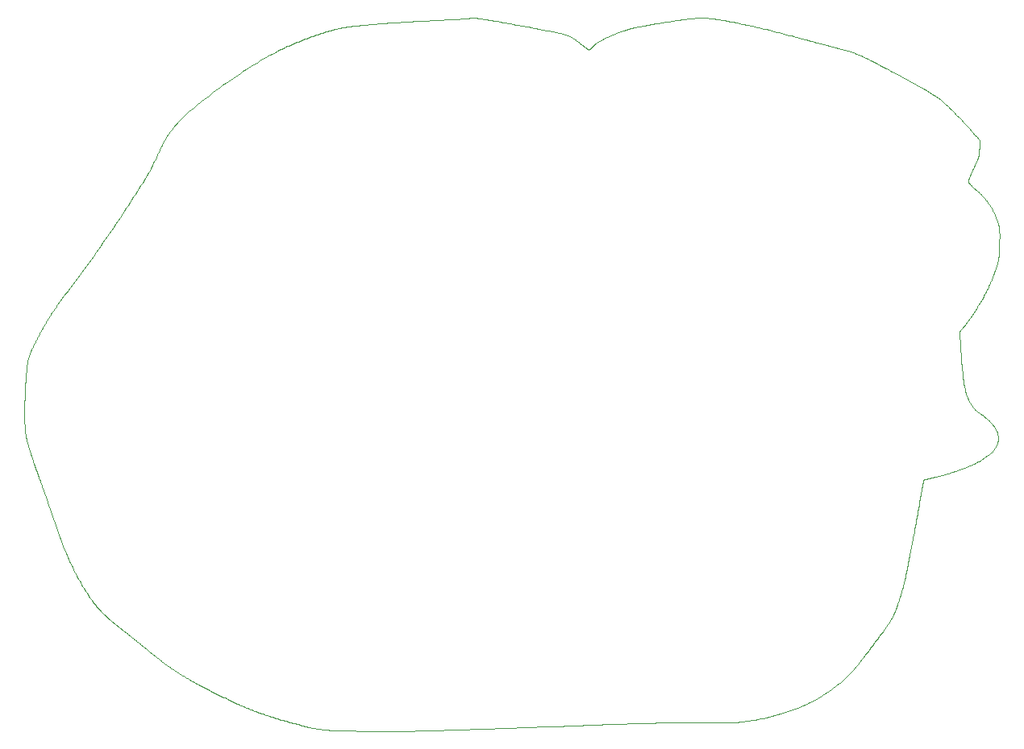
<source format=gbr>
%TF.GenerationSoftware,KiCad,Pcbnew,5.1.11*%
%TF.CreationDate,2021-11-21T12:03:26+02:00*%
%TF.ProjectId,Electronics,456c6563-7472-46f6-9e69-63732e6b6963,2.2*%
%TF.SameCoordinates,Original*%
%TF.FileFunction,Profile,NP*%
%FSLAX46Y46*%
G04 Gerber Fmt 4.6, Leading zero omitted, Abs format (unit mm)*
G04 Created by KiCad (PCBNEW 5.1.11) date 2021-11-21 12:03:26*
%MOMM*%
%LPD*%
G01*
G04 APERTURE LIST*
%TA.AperFunction,Profile*%
%ADD10C,0.010000*%
%TD*%
G04 APERTURE END LIST*
D10*
X103191666Y-52373903D02*
X103211973Y-52356618D01*
X103232963Y-52341097D02*
X103211973Y-52356618D01*
X103254609Y-52327340D02*
X103232963Y-52341097D01*
X103276893Y-52315352D02*
X103254609Y-52327340D01*
X103299787Y-52305147D02*
X103276893Y-52315352D01*
X103323273Y-52296724D02*
X103299787Y-52305147D01*
X103347327Y-52290096D02*
X103323273Y-52296724D01*
X103371924Y-52285268D02*
X103347327Y-52290096D01*
X103397046Y-52282247D02*
X103371924Y-52285268D01*
X103422666Y-52281038D02*
X103397046Y-52282247D01*
X103448765Y-52281655D02*
X103422666Y-52281038D01*
X103475318Y-52284096D02*
X103448765Y-52281655D01*
X103589551Y-52298537D02*
X103475318Y-52284096D01*
X103701258Y-52312868D02*
X103589551Y-52298537D01*
X103810935Y-52327150D02*
X103701258Y-52312868D01*
X103919083Y-52341463D02*
X103810935Y-52327150D01*
X104026200Y-52355867D02*
X103919083Y-52341463D01*
X104132786Y-52370437D02*
X104026200Y-52355867D01*
X104239338Y-52385238D02*
X104132786Y-52370437D01*
X104346357Y-52400338D02*
X104239338Y-52385238D01*
X104454343Y-52415810D02*
X104346357Y-52400338D01*
X104563797Y-52431722D02*
X104454343Y-52415810D01*
X104675217Y-52448140D02*
X104563797Y-52431722D01*
X104789100Y-52465133D02*
X104675217Y-52448140D01*
X104957786Y-52490651D02*
X104789100Y-52465133D01*
X105122715Y-52515999D02*
X104957786Y-52490651D01*
X105284626Y-52541304D02*
X105122715Y-52515999D01*
X105444254Y-52566689D02*
X105284626Y-52541304D01*
X105602335Y-52592269D02*
X105444254Y-52566689D01*
X105759604Y-52618172D02*
X105602335Y-52592269D01*
X105916800Y-52644521D02*
X105759604Y-52618172D01*
X106074659Y-52671438D02*
X105916800Y-52644521D01*
X106233918Y-52699044D02*
X106074659Y-52671438D01*
X106395310Y-52727462D02*
X106233918Y-52699044D01*
X106559574Y-52756813D02*
X106395310Y-52727462D01*
X106727445Y-52787221D02*
X106559574Y-52756813D01*
X107011753Y-52839107D02*
X106727445Y-52787221D01*
X107289798Y-52890017D02*
X107011753Y-52839107D01*
X107562833Y-52940175D02*
X107289798Y-52890017D01*
X107832099Y-52989809D02*
X107562833Y-52940175D01*
X108098841Y-53039156D02*
X107832099Y-52989809D01*
X108364306Y-53088442D02*
X108098841Y-53039156D01*
X108629742Y-53137899D02*
X108364306Y-53088442D01*
X108896386Y-53187758D02*
X108629742Y-53137899D01*
X109165490Y-53238253D02*
X108896386Y-53187758D01*
X109438299Y-53289614D02*
X109165490Y-53238253D01*
X109716052Y-53342073D02*
X109438299Y-53289614D01*
X110000000Y-53395864D02*
X109716052Y-53342073D01*
X110214111Y-53436586D02*
X110000000Y-53395864D01*
X110423498Y-53476589D02*
X110214111Y-53436586D01*
X110629101Y-53516054D02*
X110423498Y-53476589D01*
X110831854Y-53555159D02*
X110629101Y-53516054D01*
X111032690Y-53594094D02*
X110831854Y-53555159D01*
X111232556Y-53633040D02*
X111032690Y-53594094D01*
X111432379Y-53672182D02*
X111232556Y-53633040D01*
X111633105Y-53711702D02*
X111432379Y-53672182D01*
X111835668Y-53751784D02*
X111633105Y-53711702D01*
X112041003Y-53792617D02*
X111835668Y-53751784D01*
X112250048Y-53834377D02*
X112041003Y-53792617D01*
X112463739Y-53877248D02*
X112250048Y-53834377D01*
X112547619Y-53894509D02*
X112463739Y-53877248D01*
X112629504Y-53912172D02*
X112547619Y-53894509D01*
X112709741Y-53930336D02*
X112629504Y-53912172D01*
X112788684Y-53949093D02*
X112709741Y-53930336D01*
X112866687Y-53968538D02*
X112788684Y-53949093D01*
X112944104Y-53988765D02*
X112866687Y-53968538D01*
X113021282Y-54009871D02*
X112944104Y-53988765D01*
X113098577Y-54031954D02*
X113021282Y-54009871D01*
X113176348Y-54055098D02*
X113098577Y-54031954D01*
X113254943Y-54079409D02*
X113176348Y-54055098D01*
X113334716Y-54104970D02*
X113254943Y-54079409D01*
X113416015Y-54131881D02*
X113334716Y-54104970D01*
X113476971Y-54152987D02*
X113416015Y-54131881D01*
X113536199Y-54174758D02*
X113476971Y-54152987D01*
X113593927Y-54197304D02*
X113536199Y-54174758D01*
X113650378Y-54220742D02*
X113593927Y-54197304D01*
X113705786Y-54245180D02*
X113650378Y-54220742D01*
X113760375Y-54270730D02*
X113705786Y-54245180D01*
X113814379Y-54297500D02*
X113760375Y-54270730D01*
X113868023Y-54325600D02*
X113814379Y-54297500D01*
X113921539Y-54355141D02*
X113868023Y-54325600D01*
X113975152Y-54386232D02*
X113921539Y-54355141D01*
X114029089Y-54418984D02*
X113975152Y-54386232D01*
X114083581Y-54453505D02*
X114029089Y-54418984D01*
X114156848Y-54501247D02*
X114083581Y-54453505D01*
X114228149Y-54548494D02*
X114156848Y-54501247D01*
X114297784Y-54595473D02*
X114228149Y-54548494D01*
X114366064Y-54642409D02*
X114297784Y-54595473D01*
X114433288Y-54689516D02*
X114366064Y-54642409D01*
X114499761Y-54737020D02*
X114433288Y-54689516D01*
X114565795Y-54785134D02*
X114499761Y-54737020D01*
X114631689Y-54834084D02*
X114565795Y-54785134D01*
X114697753Y-54884090D02*
X114631689Y-54834084D01*
X114764288Y-54935366D02*
X114697753Y-54884090D01*
X114831604Y-54988137D02*
X114764288Y-54935366D01*
X114900000Y-55042623D02*
X114831604Y-54988137D01*
X114922375Y-55060573D02*
X114900000Y-55042623D01*
X114944256Y-55078133D02*
X114922375Y-55060573D01*
X114965747Y-55095375D02*
X114944256Y-55078133D01*
X114986938Y-55112380D02*
X114965747Y-55095375D01*
X115007934Y-55129226D02*
X114986938Y-55112380D01*
X115028833Y-55145992D02*
X115007934Y-55129226D01*
X115049731Y-55162752D02*
X115028833Y-55145992D01*
X115070727Y-55179592D02*
X115049731Y-55162752D01*
X115091918Y-55196584D02*
X115070727Y-55179592D01*
X115113409Y-55213808D02*
X115091918Y-55196584D01*
X115135290Y-55231350D02*
X115113409Y-55213808D01*
X115157666Y-55249282D02*
X115135290Y-55231350D01*
X115178167Y-55265712D02*
X115157666Y-55249282D01*
X115198229Y-55281777D02*
X115178167Y-55265712D01*
X115217932Y-55297554D02*
X115198229Y-55281777D01*
X115237371Y-55313118D02*
X115217932Y-55297554D01*
X115256634Y-55328536D02*
X115237371Y-55313118D01*
X115275811Y-55343880D02*
X115256634Y-55328536D01*
X115294989Y-55359224D02*
X115275811Y-55343880D01*
X115314257Y-55374642D02*
X115294989Y-55359224D01*
X115333709Y-55390200D02*
X115314257Y-55374642D01*
X115353430Y-55405971D02*
X115333709Y-55390200D01*
X115373510Y-55422030D02*
X115353430Y-55405971D01*
X115394042Y-55438442D02*
X115373510Y-55422030D01*
X115411212Y-55452187D02*
X115394042Y-55438442D01*
X115428021Y-55465627D02*
X115411212Y-55452187D01*
X115444531Y-55478829D02*
X115428021Y-55465627D01*
X115460821Y-55491854D02*
X115444531Y-55478829D01*
X115476971Y-55504763D02*
X115460821Y-55491854D01*
X115493048Y-55517611D02*
X115476971Y-55504763D01*
X115509130Y-55530459D02*
X115493048Y-55517611D01*
X115525292Y-55543367D02*
X115509130Y-55530459D01*
X115541607Y-55556392D02*
X115525292Y-55543367D01*
X115558148Y-55569600D02*
X115541607Y-55556392D01*
X115574993Y-55583046D02*
X115558148Y-55569600D01*
X115592211Y-55596792D02*
X115574993Y-55583046D01*
X115600323Y-55602926D02*
X115592211Y-55596792D01*
X115610931Y-55610378D02*
X115600323Y-55602926D01*
X115623529Y-55618758D02*
X115610931Y-55610378D01*
X115637622Y-55627694D02*
X115623529Y-55618758D01*
X115652716Y-55636794D02*
X115637622Y-55627694D01*
X115668316Y-55645687D02*
X115652716Y-55636794D01*
X115683929Y-55653988D02*
X115668316Y-55645687D01*
X115699053Y-55661318D02*
X115683929Y-55653988D01*
X115713201Y-55667293D02*
X115699053Y-55661318D01*
X115725878Y-55671535D02*
X115713201Y-55667293D01*
X115736590Y-55673659D02*
X115725878Y-55671535D01*
X115744836Y-55673287D02*
X115736590Y-55673659D01*
X115754473Y-55670699D02*
X115744836Y-55673287D01*
X115763830Y-55667940D02*
X115754473Y-55670699D01*
X115772949Y-55664992D02*
X115763830Y-55667940D01*
X115781854Y-55661837D02*
X115772949Y-55664992D01*
X115790582Y-55658455D02*
X115781854Y-55661837D01*
X115799169Y-55654836D02*
X115790582Y-55658455D01*
X115807647Y-55650966D02*
X115799169Y-55654836D01*
X115816046Y-55646834D02*
X115807647Y-55650966D01*
X115824401Y-55642421D02*
X115816046Y-55646834D01*
X115832745Y-55637709D02*
X115824401Y-55642421D01*
X115841113Y-55632692D02*
X115832745Y-55637709D01*
X115849530Y-55627352D02*
X115841113Y-55632692D01*
X115862176Y-55618984D02*
X115849530Y-55627352D01*
X115874420Y-55610622D02*
X115862176Y-55618984D01*
X115886315Y-55602224D02*
X115874420Y-55610622D01*
X115897912Y-55593752D02*
X115886315Y-55602224D01*
X115909259Y-55585164D02*
X115897912Y-55593752D01*
X115920404Y-55576424D02*
X115909259Y-55585164D01*
X115931396Y-55567489D02*
X115920404Y-55576424D01*
X115942279Y-55558321D02*
X115931396Y-55567489D01*
X115953106Y-55548885D02*
X115942279Y-55558321D01*
X115963928Y-55539138D02*
X115953106Y-55548885D01*
X115974792Y-55529042D02*
X115963928Y-55539138D01*
X115985742Y-55518563D02*
X115974792Y-55529042D01*
X116001501Y-55503188D02*
X115985742Y-55518563D01*
X116016845Y-55488082D02*
X116001501Y-55503188D01*
X116031835Y-55473165D02*
X116016845Y-55488082D01*
X116046539Y-55458370D02*
X116031835Y-55473165D01*
X116061016Y-55443630D02*
X116046539Y-55458370D01*
X116075341Y-55428872D02*
X116061016Y-55443630D01*
X116089581Y-55414028D02*
X116075341Y-55428872D01*
X116103796Y-55399032D02*
X116089581Y-55414028D01*
X116118060Y-55383809D02*
X116103796Y-55399032D01*
X116132434Y-55368300D02*
X116118060Y-55383809D01*
X116146984Y-55352431D02*
X116132434Y-55368300D01*
X116161779Y-55336129D02*
X116146984Y-55352431D01*
X116198217Y-55296608D02*
X116161779Y-55336129D01*
X116234686Y-55258718D02*
X116198217Y-55296608D01*
X116271337Y-55222329D02*
X116234686Y-55258718D01*
X116308325Y-55187307D02*
X116271337Y-55222329D01*
X116345812Y-55153518D02*
X116308325Y-55187307D01*
X116383953Y-55120833D02*
X116345812Y-55153518D01*
X116422906Y-55089125D02*
X116383953Y-55120833D01*
X116462829Y-55058254D02*
X116422906Y-55089125D01*
X116503881Y-55028096D02*
X116462829Y-55058254D01*
X116546215Y-54998513D02*
X116503881Y-55028096D01*
X116589996Y-54969381D02*
X116546215Y-54998513D01*
X116635375Y-54940560D02*
X116589996Y-54969381D01*
X116705169Y-54897506D02*
X116635375Y-54940560D01*
X116773706Y-54855837D02*
X116705169Y-54897506D01*
X116841290Y-54815371D02*
X116773706Y-54855837D01*
X116908233Y-54775930D02*
X116841290Y-54815371D01*
X116974841Y-54737343D02*
X116908233Y-54775930D01*
X117041424Y-54699434D02*
X116974841Y-54737343D01*
X117108288Y-54662032D02*
X117041424Y-54699434D01*
X117175750Y-54624959D02*
X117108288Y-54662032D01*
X117244116Y-54588039D02*
X117175750Y-54624959D01*
X117313690Y-54551101D02*
X117244116Y-54588039D01*
X117384790Y-54513967D02*
X117313690Y-54551101D01*
X117457720Y-54476467D02*
X117384790Y-54513967D01*
X117542358Y-54433577D02*
X117457720Y-54476467D01*
X117625396Y-54392135D02*
X117542358Y-54433577D01*
X117707214Y-54351967D02*
X117625396Y-54392135D01*
X117788183Y-54312905D02*
X117707214Y-54351967D01*
X117868670Y-54274776D02*
X117788183Y-54312905D01*
X117949060Y-54237404D02*
X117868670Y-54274776D01*
X118029718Y-54200625D02*
X117949060Y-54237404D01*
X118111022Y-54164260D02*
X118029718Y-54200625D01*
X118193341Y-54128139D02*
X118111022Y-54164260D01*
X118277050Y-54092092D02*
X118193341Y-54128139D01*
X118362530Y-54055941D02*
X118277050Y-54092092D01*
X118450146Y-54019521D02*
X118362530Y-54055941D01*
X118540087Y-53982729D02*
X118450146Y-54019521D01*
X118628265Y-53947243D02*
X118540087Y-53982729D01*
X118715069Y-53912917D02*
X118628265Y-53947243D01*
X118800903Y-53879610D02*
X118715069Y-53912917D01*
X118886157Y-53847176D02*
X118800903Y-53879610D01*
X118971228Y-53815468D02*
X118886157Y-53847176D01*
X119056512Y-53784334D02*
X118971228Y-53815468D01*
X119142407Y-53753634D02*
X119056512Y-53784334D01*
X119229309Y-53723220D02*
X119142407Y-53753634D01*
X119317608Y-53692952D02*
X119229309Y-53723220D01*
X119407708Y-53662679D02*
X119317608Y-53692952D01*
X119500000Y-53632253D02*
X119407708Y-53662679D01*
X119627026Y-53591414D02*
X119500000Y-53632253D01*
X119751654Y-53552700D02*
X119627026Y-53591414D01*
X119874444Y-53515963D02*
X119751654Y-53552700D01*
X119995941Y-53481069D02*
X119874444Y-53515963D01*
X120116699Y-53447872D02*
X119995941Y-53481069D01*
X120237268Y-53416231D02*
X120116699Y-53447872D01*
X120358203Y-53386000D02*
X120237268Y-53416231D01*
X120480047Y-53357045D02*
X120358203Y-53386000D01*
X120603356Y-53329226D02*
X120480047Y-53357045D01*
X120728680Y-53302395D02*
X120603356Y-53329226D01*
X120856573Y-53276418D02*
X120728680Y-53302395D01*
X120987579Y-53251149D02*
X120856573Y-53276418D01*
X121210913Y-53209395D02*
X120987579Y-53251149D01*
X121429443Y-53169039D02*
X121210913Y-53209395D01*
X121644152Y-53129909D02*
X121429443Y-53169039D01*
X121856018Y-53091842D02*
X121644152Y-53129909D01*
X122066015Y-53054665D02*
X121856018Y-53091842D01*
X122275134Y-53018209D02*
X122066015Y-53054665D01*
X122484344Y-52982302D02*
X122275134Y-53018209D01*
X122694628Y-52946779D02*
X122484344Y-52982302D01*
X122906970Y-52911464D02*
X122694628Y-52946779D01*
X123122344Y-52876192D02*
X122906970Y-52911464D01*
X123341735Y-52840798D02*
X123122344Y-52876192D01*
X123566119Y-52805105D02*
X123341735Y-52840798D01*
X123790667Y-52769863D02*
X123566119Y-52805105D01*
X124010363Y-52735891D02*
X123790667Y-52769863D01*
X124226196Y-52703035D02*
X124010363Y-52735891D01*
X124439154Y-52671157D02*
X124226196Y-52703035D01*
X124650225Y-52640120D02*
X124439154Y-52671157D01*
X124860388Y-52609780D02*
X124650225Y-52640120D01*
X125070629Y-52579995D02*
X124860388Y-52609780D01*
X125281939Y-52550625D02*
X125070629Y-52579995D01*
X125495294Y-52521529D02*
X125281939Y-52550625D01*
X125711682Y-52492562D02*
X125495294Y-52521529D01*
X125932086Y-52463588D02*
X125711682Y-52492562D01*
X126157495Y-52434469D02*
X125932086Y-52463588D01*
X126290771Y-52418020D02*
X126157495Y-52434469D01*
X126421282Y-52403200D02*
X126290771Y-52418020D01*
X126549597Y-52389974D02*
X126421282Y-52403200D01*
X126676287Y-52378304D02*
X126549597Y-52389974D01*
X126801928Y-52368160D02*
X126676287Y-52378304D01*
X126927093Y-52359499D02*
X126801928Y-52368160D01*
X127052349Y-52352291D02*
X126927093Y-52359499D01*
X127178265Y-52346492D02*
X127052349Y-52352291D01*
X127305419Y-52342073D02*
X127178265Y-52346492D01*
X127434381Y-52338991D02*
X127305419Y-52342073D01*
X127565716Y-52337215D02*
X127434381Y-52338991D01*
X127700000Y-52336709D02*
X127565716Y-52337215D01*
X127823040Y-52337520D02*
X127700000Y-52336709D01*
X127943353Y-52339760D02*
X127823040Y-52337520D01*
X128061474Y-52343477D02*
X127943353Y-52339760D01*
X128177917Y-52348708D02*
X128061474Y-52343477D01*
X128293200Y-52355501D02*
X128177917Y-52348708D01*
X128407836Y-52363894D02*
X128293200Y-52355501D01*
X128522338Y-52373922D02*
X128407836Y-52363894D01*
X128637225Y-52385634D02*
X128522338Y-52373922D01*
X128753009Y-52399068D02*
X128637225Y-52385634D01*
X128870208Y-52414266D02*
X128753009Y-52399068D01*
X128989337Y-52431270D02*
X128870208Y-52414266D01*
X129110906Y-52450124D02*
X128989337Y-52431270D01*
X129307000Y-52481978D02*
X129110906Y-52450124D01*
X129498706Y-52513729D02*
X129307000Y-52481978D01*
X129686877Y-52545534D02*
X129498706Y-52513729D01*
X129872363Y-52577547D02*
X129686877Y-52545534D01*
X130056018Y-52609920D02*
X129872363Y-52577547D01*
X130238696Y-52642812D02*
X130056018Y-52609920D01*
X130421252Y-52676375D02*
X130238696Y-52642812D01*
X130604534Y-52710769D02*
X130421252Y-52676375D01*
X130789404Y-52746145D02*
X130604534Y-52710769D01*
X130976715Y-52782662D02*
X130789404Y-52746145D01*
X131167321Y-52820473D02*
X130976715Y-52782662D01*
X131362078Y-52859737D02*
X131167321Y-52820473D01*
X131603460Y-52909108D02*
X131362078Y-52859737D01*
X131839410Y-52958071D02*
X131603460Y-52909108D01*
X132070989Y-53006856D02*
X131839410Y-52958071D01*
X132299243Y-53055703D02*
X132070989Y-53006856D01*
X132525225Y-53104842D02*
X132299243Y-53055703D01*
X132749987Y-53154506D02*
X132525225Y-53104842D01*
X132974578Y-53204934D02*
X132749987Y-53154506D01*
X133200048Y-53256356D02*
X132974578Y-53204934D01*
X133427453Y-53309011D02*
X133200048Y-53256356D01*
X133657843Y-53363131D02*
X133427453Y-53309011D01*
X133892266Y-53418947D02*
X133657843Y-53363131D01*
X134131781Y-53476699D02*
X133892266Y-53418947D01*
X134408740Y-53544124D02*
X134131781Y-53476699D01*
X134679510Y-53610579D02*
X134408740Y-53544124D01*
X134945300Y-53676369D02*
X134679510Y-53610579D01*
X135207318Y-53741799D02*
X134945300Y-53676369D01*
X135466772Y-53807174D02*
X135207318Y-53741799D01*
X135724871Y-53872811D02*
X135466772Y-53807174D01*
X135982824Y-53939010D02*
X135724871Y-53872811D01*
X136241845Y-54006087D02*
X135982824Y-53939010D01*
X136503137Y-54074349D02*
X136241845Y-54006087D01*
X136767913Y-54144106D02*
X136503137Y-54074349D01*
X137037377Y-54215664D02*
X136767913Y-54144106D01*
X137312744Y-54289327D02*
X137037377Y-54215664D01*
X137439233Y-54323281D02*
X137312744Y-54289327D01*
X137562957Y-54356459D02*
X137439233Y-54323281D01*
X137684466Y-54389028D02*
X137562957Y-54356459D01*
X137804315Y-54421132D02*
X137684466Y-54389028D01*
X137923059Y-54452926D02*
X137804315Y-54421132D01*
X138041253Y-54484548D02*
X137923059Y-54452926D01*
X138159448Y-54516152D02*
X138041253Y-54484548D01*
X138278198Y-54547884D02*
X138159448Y-54516152D01*
X138398059Y-54579897D02*
X138278198Y-54547884D01*
X138519586Y-54612331D02*
X138398059Y-54579897D01*
X138643328Y-54645339D02*
X138519586Y-54612331D01*
X138769848Y-54679067D02*
X138643328Y-54645339D01*
X138895886Y-54712630D02*
X138769848Y-54679067D01*
X139019165Y-54745455D02*
X138895886Y-54712630D01*
X139140240Y-54777675D02*
X139019165Y-54745455D01*
X139259661Y-54809438D02*
X139140240Y-54777675D01*
X139377990Y-54840889D02*
X139259661Y-54809438D01*
X139495776Y-54872176D02*
X139377990Y-54840889D01*
X139613568Y-54903444D02*
X139495776Y-54872176D01*
X139731921Y-54934841D02*
X139613568Y-54903444D01*
X139851391Y-54966512D02*
X139731921Y-54934841D01*
X139972528Y-54998610D02*
X139851391Y-54966512D01*
X140095886Y-55031276D02*
X139972528Y-54998610D01*
X140222021Y-55064663D02*
X140095886Y-55031276D01*
X140331903Y-55093734D02*
X140222021Y-55064663D01*
X140439367Y-55122152D02*
X140331903Y-55093734D01*
X140544909Y-55150039D02*
X140439367Y-55122152D01*
X140649011Y-55177529D02*
X140544909Y-55150039D01*
X140752148Y-55204750D02*
X140649011Y-55177529D01*
X140854809Y-55231826D02*
X140752148Y-55204750D01*
X140957470Y-55258883D02*
X140854809Y-55231826D01*
X141060614Y-55286049D02*
X140957470Y-55258883D01*
X141164721Y-55313454D02*
X141060614Y-55286049D01*
X141270275Y-55341219D02*
X141164721Y-55313454D01*
X141377758Y-55369478D02*
X141270275Y-55341219D01*
X141487646Y-55398354D02*
X141377758Y-55369478D01*
X141553771Y-55415712D02*
X141487646Y-55398354D01*
X141618457Y-55432656D02*
X141553771Y-55415712D01*
X141681994Y-55449257D02*
X141618457Y-55432656D01*
X141744677Y-55465590D02*
X141681994Y-55449257D01*
X141806787Y-55481734D02*
X141744677Y-55465590D01*
X141868621Y-55497756D02*
X141806787Y-55481734D01*
X141930468Y-55513741D02*
X141868621Y-55497756D01*
X141992614Y-55529757D02*
X141930468Y-55513741D01*
X142055352Y-55545882D02*
X141992614Y-55529757D01*
X142118969Y-55562191D02*
X142055352Y-55545882D01*
X142183758Y-55578756D02*
X142118969Y-55562191D01*
X142250006Y-55595656D02*
X142183758Y-55578756D01*
X142344915Y-55620101D02*
X142250006Y-55595656D01*
X142437609Y-55644521D02*
X142344915Y-55620101D01*
X142528497Y-55669045D02*
X142437609Y-55644521D01*
X142617993Y-55693782D02*
X142528497Y-55669045D01*
X142706500Y-55718862D02*
X142617993Y-55693782D01*
X142794427Y-55744399D02*
X142706500Y-55718862D01*
X142882183Y-55770516D02*
X142794427Y-55744399D01*
X142970178Y-55797335D02*
X142882183Y-55770516D01*
X143058819Y-55824971D02*
X142970178Y-55797335D01*
X143148516Y-55853548D02*
X143058819Y-55824971D01*
X143239678Y-55883181D02*
X143148516Y-55853548D01*
X143332714Y-55913997D02*
X143239678Y-55883181D01*
X143416937Y-55942452D02*
X143332714Y-55913997D01*
X143499108Y-55970913D02*
X143416937Y-55942452D01*
X143579583Y-55999495D02*
X143499108Y-55970913D01*
X143658721Y-56028347D02*
X143579583Y-55999495D01*
X143736883Y-56057601D02*
X143658721Y-56028347D01*
X143814416Y-56087398D02*
X143736883Y-56057601D01*
X143891687Y-56117879D02*
X143814416Y-56087398D01*
X143969049Y-56149178D02*
X143891687Y-56117879D01*
X144046862Y-56181441D02*
X143969049Y-56149178D01*
X144125482Y-56214803D02*
X144046862Y-56181441D01*
X144205261Y-56249404D02*
X144125482Y-56214803D01*
X144286566Y-56285384D02*
X144205261Y-56249404D01*
X144394677Y-56333944D02*
X144286566Y-56285384D01*
X144500213Y-56381911D02*
X144394677Y-56333944D01*
X144603637Y-56429500D02*
X144500213Y-56381911D01*
X144705413Y-56476937D02*
X144603637Y-56429500D01*
X144806011Y-56524440D02*
X144705413Y-56476937D01*
X144905895Y-56572243D02*
X144806011Y-56524440D01*
X145005529Y-56620565D02*
X144905895Y-56572243D01*
X145105377Y-56669631D02*
X145005529Y-56620565D01*
X145205902Y-56719661D02*
X145105377Y-56669631D01*
X145307574Y-56770888D02*
X145205902Y-56719661D01*
X145410858Y-56823531D02*
X145307574Y-56770888D01*
X145516217Y-56877816D02*
X145410858Y-56823531D01*
X145714971Y-56980831D02*
X145516217Y-56877816D01*
X145909301Y-57081740D02*
X145714971Y-56980831D01*
X146100067Y-57180996D02*
X145909301Y-57081740D01*
X146288140Y-57279055D02*
X146100067Y-57180996D01*
X146474389Y-57376369D02*
X146288140Y-57279055D01*
X146659680Y-57473397D02*
X146474389Y-57376369D01*
X146844885Y-57570589D02*
X146659680Y-57473397D01*
X147030871Y-57668404D02*
X146844885Y-57570589D01*
X147218505Y-57767299D02*
X147030871Y-57668404D01*
X147408660Y-57867727D02*
X147218505Y-57767299D01*
X147602203Y-57970144D02*
X147408660Y-57867727D01*
X147800000Y-58075002D02*
X147602203Y-57970144D01*
X148071984Y-58219600D02*
X147800000Y-58075002D01*
X148337762Y-58361501D02*
X148071984Y-58219600D01*
X148598516Y-58501345D02*
X148337762Y-58361501D01*
X148855432Y-58639779D02*
X148598516Y-58501345D01*
X149109692Y-58777443D02*
X148855432Y-58639779D01*
X149362481Y-58914992D02*
X149109692Y-58777443D01*
X149614984Y-59053066D02*
X149362481Y-58914992D01*
X149868383Y-59192312D02*
X149614984Y-59053066D01*
X150123864Y-59333376D02*
X149868383Y-59192312D01*
X150382611Y-59476906D02*
X150123864Y-59333376D01*
X150645806Y-59623543D02*
X150382611Y-59476906D01*
X150914630Y-59773940D02*
X150645806Y-59623543D01*
X151058569Y-59855507D02*
X150914630Y-59773940D01*
X151198583Y-59936647D02*
X151058569Y-59855507D01*
X151335253Y-60017757D02*
X151198583Y-59936647D01*
X151469177Y-60099215D02*
X151335253Y-60017757D01*
X151600946Y-60181405D02*
X151469177Y-60099215D01*
X151731152Y-60264711D02*
X151600946Y-60181405D01*
X151860382Y-60349520D02*
X151731152Y-60264711D01*
X151989233Y-60436214D02*
X151860382Y-60349520D01*
X152118298Y-60525179D02*
X151989233Y-60436214D01*
X152248162Y-60616793D02*
X152118298Y-60525179D01*
X152379425Y-60711440D02*
X152248162Y-60616793D01*
X152512670Y-60809505D02*
X152379425Y-60711440D01*
X152633862Y-60900631D02*
X152512670Y-60809505D01*
X152751348Y-60991158D02*
X152633862Y-60900631D01*
X152865600Y-61081508D02*
X152751348Y-60991158D01*
X152977105Y-61172103D02*
X152865600Y-61081508D01*
X153086340Y-61263356D02*
X152977105Y-61172103D01*
X153193786Y-61355690D02*
X153086340Y-61263356D01*
X153299926Y-61449526D02*
X153193786Y-61355690D01*
X153405236Y-61545284D02*
X153299926Y-61449526D01*
X153510205Y-61643380D02*
X153405236Y-61545284D01*
X153615307Y-61744228D02*
X153510205Y-61643380D01*
X153721026Y-61848256D02*
X153615307Y-61744228D01*
X153827844Y-61955880D02*
X153721026Y-61848256D01*
X153992773Y-62124471D02*
X153827844Y-61955880D01*
X154153533Y-62289901D02*
X153992773Y-62124471D01*
X154310833Y-62452932D02*
X154153533Y-62289901D01*
X154465374Y-62614309D02*
X154310833Y-62452932D01*
X154617864Y-62774788D02*
X154465374Y-62614309D01*
X154769012Y-62935115D02*
X154617864Y-62774788D01*
X154919519Y-63096047D02*
X154769012Y-62935115D01*
X155070086Y-63258327D02*
X154919519Y-63096047D01*
X155221423Y-63422713D02*
X155070086Y-63258327D01*
X155374237Y-63589956D02*
X155221423Y-63422713D01*
X155529229Y-63760799D02*
X155374237Y-63589956D01*
X155687109Y-63936000D02*
X155529229Y-63760799D01*
X155780676Y-64040145D02*
X155687109Y-63936000D01*
X155874243Y-64144313D02*
X155780676Y-64040145D01*
X155967810Y-64248482D02*
X155874243Y-64144313D01*
X156061376Y-64352651D02*
X155967810Y-64248482D01*
X156154943Y-64456820D02*
X156061376Y-64352651D01*
X156248510Y-64560988D02*
X156154943Y-64456820D01*
X156342077Y-64665157D02*
X156248510Y-64560988D01*
X156435644Y-64769326D02*
X156342077Y-64665157D01*
X156529211Y-64873494D02*
X156435644Y-64769326D01*
X156622778Y-64977663D02*
X156529211Y-64873494D01*
X156716345Y-65081832D02*
X156622778Y-64977663D01*
X156809912Y-65186000D02*
X156716345Y-65081832D01*
X156807202Y-65256856D02*
X156809912Y-65186000D01*
X156804492Y-65327688D02*
X156807202Y-65256856D01*
X156801782Y-65398519D02*
X156804492Y-65327688D01*
X156799072Y-65469350D02*
X156801782Y-65398519D01*
X156796362Y-65540181D02*
X156799072Y-65469350D01*
X156793652Y-65611013D02*
X156796362Y-65540181D01*
X156790942Y-65681844D02*
X156793652Y-65611013D01*
X156788232Y-65752675D02*
X156790942Y-65681844D01*
X156785522Y-65823507D02*
X156788232Y-65752675D01*
X156782812Y-65894338D02*
X156785522Y-65823507D01*
X156780102Y-65965169D02*
X156782812Y-65894338D01*
X156777392Y-66036000D02*
X156780102Y-65965169D01*
X156775506Y-66082186D02*
X156777392Y-66036000D01*
X156773425Y-66127340D02*
X156775506Y-66082186D01*
X156771136Y-66171676D02*
X156773425Y-66127340D01*
X156768621Y-66215389D02*
X156771136Y-66171676D01*
X156765869Y-66258681D02*
X156768621Y-66215389D01*
X156762860Y-66301754D02*
X156765869Y-66258681D01*
X156759582Y-66344808D02*
X156762860Y-66301754D01*
X156756018Y-66388045D02*
X156759582Y-66344808D01*
X156752160Y-66431661D02*
X156756018Y-66388045D01*
X156747985Y-66475856D02*
X156752160Y-66431661D01*
X156743487Y-66520833D02*
X156747985Y-66475856D01*
X156738647Y-66566793D02*
X156743487Y-66520833D01*
X156734863Y-66599837D02*
X156738647Y-66566793D01*
X156730718Y-66632100D02*
X156734863Y-66599837D01*
X156726190Y-66663723D02*
X156730718Y-66632100D01*
X156721246Y-66694844D02*
X156726190Y-66663723D01*
X156715863Y-66725594D02*
X156721246Y-66694844D01*
X156710009Y-66756112D02*
X156715863Y-66725594D01*
X156703662Y-66786525D02*
X156710009Y-66756112D01*
X156696789Y-66816976D02*
X156703662Y-66786525D01*
X156689367Y-66847597D02*
X156696789Y-66816976D01*
X156681372Y-66878530D02*
X156689367Y-66847597D01*
X156672772Y-66909902D02*
X156681372Y-66878530D01*
X156663537Y-66941854D02*
X156672772Y-66909902D01*
X156652392Y-66978884D02*
X156663537Y-66941854D01*
X156641125Y-67014986D02*
X156652392Y-66978884D01*
X156629681Y-67050325D02*
X156641125Y-67014986D01*
X156618005Y-67085048D02*
X156629681Y-67050325D01*
X156606042Y-67119313D02*
X156618005Y-67085048D01*
X156593731Y-67153280D02*
X156606042Y-67119313D01*
X156581018Y-67187093D02*
X156593731Y-67153280D01*
X156567846Y-67220913D02*
X156581018Y-67187093D01*
X156554156Y-67254897D02*
X156567846Y-67220913D01*
X156539892Y-67289193D02*
X156554156Y-67254897D01*
X156525000Y-67323958D02*
X156539892Y-67289193D01*
X156509417Y-67359346D02*
X156525000Y-67323958D01*
X156480004Y-67425179D02*
X156509417Y-67359346D01*
X156451110Y-67489510D02*
X156480004Y-67425179D01*
X156422619Y-67552633D02*
X156451110Y-67489510D01*
X156394390Y-67614834D02*
X156422619Y-67552633D01*
X156366296Y-67676406D02*
X156394390Y-67614834D01*
X156338201Y-67737630D02*
X156366296Y-67676406D01*
X156309979Y-67798793D02*
X156338201Y-67737630D01*
X156281494Y-67860183D02*
X156309979Y-67798793D01*
X156252612Y-67922084D02*
X156281494Y-67860183D01*
X156223205Y-67984786D02*
X156252612Y-67922084D01*
X156193139Y-68048574D02*
X156223205Y-67984786D01*
X156162286Y-68113741D02*
X156193139Y-68048574D01*
X156138287Y-68164443D02*
X156162286Y-68113741D01*
X156114904Y-68214083D02*
X156138287Y-68164443D01*
X156092047Y-68262880D02*
X156114904Y-68214083D01*
X156069604Y-68311062D02*
X156092047Y-68262880D01*
X156047479Y-68358846D02*
X156069604Y-68311062D01*
X156025567Y-68406459D02*
X156047479Y-68358846D01*
X156003765Y-68454122D02*
X156025567Y-68406459D01*
X155981970Y-68502059D02*
X156003765Y-68454122D01*
X155960083Y-68550490D02*
X155981970Y-68502059D01*
X155938000Y-68599642D02*
X155960083Y-68550490D01*
X155915618Y-68649740D02*
X155938000Y-68599642D01*
X155892834Y-68701003D02*
X155915618Y-68649740D01*
X155877294Y-68736312D02*
X155892834Y-68701003D01*
X155862298Y-68770925D02*
X155877294Y-68736312D01*
X155847784Y-68805007D02*
X155862298Y-68770925D01*
X155833685Y-68838717D02*
X155847784Y-68805007D01*
X155819940Y-68872207D02*
X155833685Y-68838717D01*
X155806481Y-68905629D02*
X155819940Y-68872207D01*
X155793255Y-68939144D02*
X155806481Y-68905629D01*
X155780200Y-68972908D02*
X155793255Y-68939144D01*
X155767248Y-69007076D02*
X155780200Y-68972908D01*
X155754339Y-69041799D02*
X155767248Y-69007076D01*
X155741412Y-69077236D02*
X155754339Y-69041799D01*
X155728405Y-69113546D02*
X155741412Y-69077236D01*
X155719531Y-69138851D02*
X155728405Y-69113546D01*
X155711035Y-69163662D02*
X155719531Y-69138851D01*
X155702886Y-69188094D02*
X155711035Y-69163662D01*
X155695056Y-69212264D02*
X155702886Y-69188094D01*
X155687512Y-69236275D02*
X155695056Y-69212264D01*
X155680218Y-69260244D02*
X155687512Y-69236275D01*
X155673144Y-69284279D02*
X155680218Y-69260244D01*
X155666253Y-69308486D02*
X155673144Y-69284279D01*
X155659515Y-69332979D02*
X155666253Y-69308486D01*
X155652899Y-69357869D02*
X155659515Y-69332979D01*
X155646368Y-69383272D02*
X155652899Y-69357869D01*
X155639892Y-69409292D02*
X155646368Y-69383272D01*
X155636523Y-69424184D02*
X155639892Y-69409292D01*
X155633776Y-69438857D02*
X155636523Y-69424184D01*
X155631646Y-69453365D02*
X155633776Y-69438857D01*
X155630139Y-69467751D02*
X155631646Y-69453365D01*
X155629248Y-69482052D02*
X155630139Y-69467751D01*
X155628979Y-69496309D02*
X155629248Y-69482052D01*
X155629327Y-69510567D02*
X155628979Y-69496309D01*
X155630297Y-69524862D02*
X155629327Y-69510567D01*
X155631884Y-69539235D02*
X155630297Y-69524862D01*
X155634094Y-69553731D02*
X155631884Y-69539235D01*
X155636926Y-69568392D02*
X155634094Y-69553731D01*
X155640374Y-69583254D02*
X155636926Y-69568392D01*
X155643603Y-69595314D02*
X155640374Y-69583254D01*
X155647161Y-69607003D02*
X155643603Y-69595314D01*
X155651062Y-69618349D02*
X155647161Y-69607003D01*
X155655316Y-69629390D02*
X155651062Y-69618349D01*
X155659948Y-69640163D02*
X155655316Y-69629390D01*
X155664971Y-69650692D02*
X155659948Y-69640163D01*
X155670404Y-69661019D02*
X155664971Y-69650692D01*
X155676257Y-69671175D02*
X155670404Y-69661019D01*
X155682556Y-69681191D02*
X155676257Y-69671175D01*
X155689312Y-69691103D02*
X155682556Y-69681191D01*
X155696545Y-69700948D02*
X155689312Y-69691103D01*
X155704272Y-69710756D02*
X155696545Y-69700948D01*
X155719842Y-69729787D02*
X155704272Y-69710756D01*
X155735168Y-69748323D02*
X155719842Y-69729787D01*
X155750317Y-69766445D02*
X155735168Y-69748323D01*
X155765362Y-69784230D02*
X155750317Y-69766445D01*
X155780377Y-69801760D02*
X155765362Y-69784230D01*
X155795428Y-69819112D02*
X155780377Y-69801760D01*
X155810589Y-69836373D02*
X155795428Y-69819112D01*
X155825927Y-69853621D02*
X155810589Y-69836373D01*
X155841510Y-69870937D02*
X155825927Y-69853621D01*
X155857409Y-69888399D02*
X155841510Y-69870937D01*
X155873699Y-69906093D02*
X155857409Y-69888399D01*
X155890447Y-69924099D02*
X155873699Y-69906093D01*
X155910742Y-69945705D02*
X155890447Y-69924099D01*
X155930718Y-69966719D02*
X155910742Y-69945705D01*
X155950457Y-69987240D02*
X155930718Y-69966719D01*
X155970050Y-70007357D02*
X155950457Y-69987240D01*
X155989587Y-70027163D02*
X155970050Y-70007357D01*
X156009167Y-70046749D02*
X155989587Y-70027163D01*
X156028875Y-70066207D02*
X156009167Y-70046749D01*
X156048803Y-70085622D02*
X156028875Y-70066207D01*
X156069042Y-70105092D02*
X156048803Y-70085622D01*
X156089685Y-70124703D02*
X156069042Y-70105092D01*
X156110821Y-70144545D02*
X156089685Y-70124703D01*
X156132543Y-70164711D02*
X156110821Y-70144545D01*
X156155993Y-70186275D02*
X156132543Y-70164711D01*
X156179016Y-70207259D02*
X156155993Y-70186275D01*
X156201727Y-70227761D02*
X156179016Y-70207259D01*
X156224224Y-70247866D02*
X156201727Y-70227761D01*
X156246618Y-70267672D02*
X156224224Y-70247866D01*
X156269012Y-70287264D02*
X156246618Y-70267672D01*
X156291510Y-70306740D02*
X156269012Y-70287264D01*
X156314215Y-70326186D02*
X156291510Y-70306740D01*
X156337237Y-70345693D02*
X156314215Y-70326186D01*
X156360675Y-70365358D02*
X156337237Y-70345693D01*
X156384637Y-70385268D02*
X156360675Y-70365358D01*
X156409228Y-70405513D02*
X156384637Y-70385268D01*
X156482769Y-70466433D02*
X156409228Y-70405513D01*
X156554046Y-70526803D02*
X156482769Y-70466433D01*
X156623358Y-70586898D02*
X156554046Y-70526803D01*
X156690997Y-70646993D02*
X156623358Y-70586898D01*
X156757257Y-70707369D02*
X156690997Y-70646993D01*
X156822430Y-70768306D02*
X156757257Y-70707369D01*
X156886810Y-70830080D02*
X156822430Y-70768306D01*
X156950689Y-70892971D02*
X156886810Y-70830080D01*
X157014361Y-70957253D02*
X156950689Y-70892971D01*
X157078125Y-71023208D02*
X157014361Y-70957253D01*
X157142266Y-71091109D02*
X157078125Y-71023208D01*
X157207080Y-71161239D02*
X157142266Y-71091109D01*
X157268756Y-71229464D02*
X157207080Y-71161239D01*
X157328265Y-71296914D02*
X157268756Y-71229464D01*
X157385845Y-71363912D02*
X157328265Y-71296914D01*
X157441735Y-71430758D02*
X157385845Y-71363912D01*
X157496166Y-71497756D02*
X157441735Y-71430758D01*
X157549377Y-71565212D02*
X157496166Y-71497756D01*
X157601611Y-71633431D02*
X157549377Y-71565212D01*
X157653094Y-71702718D02*
X157601611Y-71633431D01*
X157704071Y-71773378D02*
X157653094Y-71702718D01*
X157754779Y-71845717D02*
X157704071Y-71773378D01*
X157805450Y-71920040D02*
X157754779Y-71845717D01*
X157856323Y-71996645D02*
X157805450Y-71920040D01*
X157906585Y-72074276D02*
X157856323Y-71996645D01*
X157954833Y-72150795D02*
X157906585Y-72074276D01*
X158001245Y-72226546D02*
X157954833Y-72150795D01*
X158046008Y-72301870D02*
X158001245Y-72226546D01*
X158089306Y-72377114D02*
X158046008Y-72301870D01*
X158131329Y-72452608D02*
X158089306Y-72377114D01*
X158172259Y-72528701D02*
X158131329Y-72452608D01*
X158212286Y-72605733D02*
X158172259Y-72528701D01*
X158251599Y-72684041D02*
X158212286Y-72605733D01*
X158290380Y-72763967D02*
X158251599Y-72684041D01*
X158328820Y-72845852D02*
X158290380Y-72763967D01*
X158367102Y-72930037D02*
X158328820Y-72845852D01*
X158406311Y-73018776D02*
X158367102Y-72930037D01*
X158443750Y-73105971D02*
X158406311Y-73018776D01*
X158479559Y-73192006D02*
X158443750Y-73105971D01*
X158513879Y-73277272D02*
X158479559Y-73192006D01*
X158546856Y-73362154D02*
X158513879Y-73277272D01*
X158578631Y-73447042D02*
X158546856Y-73362154D01*
X158609350Y-73532314D02*
X158578631Y-73447042D01*
X158639147Y-73618367D02*
X158609350Y-73532314D01*
X158668170Y-73705581D02*
X158639147Y-73618367D01*
X158696557Y-73794344D02*
X158668170Y-73705581D01*
X158724450Y-73885042D02*
X158696557Y-73794344D01*
X158751995Y-73978060D02*
X158724450Y-73885042D01*
X158761169Y-74010146D02*
X158751995Y-73978060D01*
X158769854Y-74041604D02*
X158761169Y-74010146D01*
X158778082Y-74072579D02*
X158769854Y-74041604D01*
X158785882Y-74103212D02*
X158778082Y-74072579D01*
X158793286Y-74133645D02*
X158785882Y-74103212D01*
X158800329Y-74164016D02*
X158793286Y-74133645D01*
X158807043Y-74194460D02*
X158800329Y-74164016D01*
X158813452Y-74225118D02*
X158807043Y-74194460D01*
X158819592Y-74256130D02*
X158813452Y-74225118D01*
X158825500Y-74287636D02*
X158819592Y-74256130D01*
X158831201Y-74319771D02*
X158825500Y-74287636D01*
X158836724Y-74352675D02*
X158831201Y-74319771D01*
X158842260Y-74387349D02*
X158836724Y-74352675D01*
X158847406Y-74421303D02*
X158842260Y-74387349D01*
X158852178Y-74454689D02*
X158847406Y-74421303D01*
X158856597Y-74487661D02*
X158852178Y-74454689D01*
X158860675Y-74520363D02*
X158856597Y-74487661D01*
X158864434Y-74552950D02*
X158860675Y-74520363D01*
X158867883Y-74585573D02*
X158864434Y-74552950D01*
X158871044Y-74618380D02*
X158867883Y-74585573D01*
X158873937Y-74651522D02*
X158871044Y-74618380D01*
X158876574Y-74685146D02*
X158873937Y-74651522D01*
X158878967Y-74719405D02*
X158876574Y-74685146D01*
X158881140Y-74754445D02*
X158878967Y-74719405D01*
X158883734Y-74800747D02*
X158881140Y-74754445D01*
X158886022Y-74846035D02*
X158883734Y-74800747D01*
X158888024Y-74890523D02*
X158886022Y-74846035D01*
X158889746Y-74934414D02*
X158888024Y-74890523D01*
X158891186Y-74977907D02*
X158889746Y-74934414D01*
X158892352Y-75021206D02*
X158891186Y-74977907D01*
X158893249Y-75064510D02*
X158892352Y-75021206D01*
X158893884Y-75108022D02*
X158893249Y-75064510D01*
X158894262Y-75151943D02*
X158893884Y-75108022D01*
X158894384Y-75196474D02*
X158894262Y-75151943D01*
X158894256Y-75241823D02*
X158894384Y-75196474D01*
X158893884Y-75288186D02*
X158894256Y-75241823D01*
X158893084Y-75360958D02*
X158893884Y-75288186D01*
X158892187Y-75432143D02*
X158893084Y-75360958D01*
X158891198Y-75502053D02*
X158892187Y-75432143D01*
X158890112Y-75571004D02*
X158891198Y-75502053D01*
X158888922Y-75639315D02*
X158890112Y-75571004D01*
X158887622Y-75707302D02*
X158888922Y-75639315D01*
X158886206Y-75775289D02*
X158887622Y-75707302D01*
X158884667Y-75843593D02*
X158886206Y-75775289D01*
X158883001Y-75912532D02*
X158884667Y-75843593D01*
X158881201Y-75982424D02*
X158883001Y-75912532D01*
X158879254Y-76053591D02*
X158881201Y-75982424D01*
X158877160Y-76126345D02*
X158879254Y-76053591D01*
X158874645Y-76209258D02*
X158877160Y-76126345D01*
X158872064Y-76290352D02*
X158874645Y-76209258D01*
X158869390Y-76369988D02*
X158872064Y-76290352D01*
X158866613Y-76448528D02*
X158869390Y-76369988D01*
X158863714Y-76526336D02*
X158866613Y-76448528D01*
X158860681Y-76603777D02*
X158863714Y-76526336D01*
X158857501Y-76681212D02*
X158860681Y-76603777D01*
X158854156Y-76759005D02*
X158857501Y-76681212D01*
X158850634Y-76837514D02*
X158854156Y-76759005D01*
X158846923Y-76917107D02*
X158850634Y-76837514D01*
X158843005Y-76998146D02*
X158846923Y-76917107D01*
X158838861Y-77080996D02*
X158843005Y-76998146D01*
X158836303Y-77128054D02*
X158838861Y-77080996D01*
X158833435Y-77174065D02*
X158836303Y-77128054D01*
X158830242Y-77219225D02*
X158833435Y-77174065D01*
X158826708Y-77263738D02*
X158830242Y-77219225D01*
X158822808Y-77307805D02*
X158826708Y-77263738D01*
X158818524Y-77351629D02*
X158822808Y-77307805D01*
X158813830Y-77395412D02*
X158818524Y-77351629D01*
X158808709Y-77439354D02*
X158813830Y-77395412D01*
X158803143Y-77483660D02*
X158808709Y-77439354D01*
X158797106Y-77528530D02*
X158803143Y-77483660D01*
X158790582Y-77574166D02*
X158797106Y-77528530D01*
X158783544Y-77620769D02*
X158790582Y-77574166D01*
X158776763Y-77663308D02*
X158783544Y-77620769D01*
X158769744Y-77704851D02*
X158776763Y-77663308D01*
X158762445Y-77745580D02*
X158769744Y-77704851D01*
X158754821Y-77785671D02*
X158762445Y-77745580D01*
X158746832Y-77825307D02*
X158754821Y-77785671D01*
X158738446Y-77864666D02*
X158746832Y-77825307D01*
X158729620Y-77903930D02*
X158738446Y-77864666D01*
X158720312Y-77943276D02*
X158729620Y-77903930D01*
X158710485Y-77982885D02*
X158720312Y-77943276D01*
X158700097Y-78022936D02*
X158710485Y-77982885D01*
X158689111Y-78063610D02*
X158700097Y-78022936D01*
X158677490Y-78105086D02*
X158689111Y-78063610D01*
X158659997Y-78166127D02*
X158677490Y-78105086D01*
X158642700Y-78225777D02*
X158659997Y-78166127D01*
X158625524Y-78284304D02*
X158642700Y-78225777D01*
X158608386Y-78341970D02*
X158625524Y-78284304D01*
X158591198Y-78399041D02*
X158608386Y-78341970D01*
X158573889Y-78455782D02*
X158591198Y-78399041D01*
X158556365Y-78512459D02*
X158573889Y-78455782D01*
X158538555Y-78569338D02*
X158556365Y-78512459D01*
X158520373Y-78626683D02*
X158538555Y-78569338D01*
X158501739Y-78684761D02*
X158520373Y-78626683D01*
X158482574Y-78743837D02*
X158501739Y-78684761D01*
X158462792Y-78804177D02*
X158482574Y-78743837D01*
X158420117Y-78932024D02*
X158462792Y-78804177D01*
X158377343Y-79056725D02*
X158420117Y-78932024D01*
X158334265Y-79178820D02*
X158377343Y-79056725D01*
X158290673Y-79298845D02*
X158334265Y-79178820D01*
X158246350Y-79417345D02*
X158290673Y-79298845D01*
X158201092Y-79534856D02*
X158246350Y-79417345D01*
X158154681Y-79651915D02*
X158201092Y-79534856D01*
X158106909Y-79769066D02*
X158154681Y-79651915D01*
X158057568Y-79886846D02*
X158106909Y-79769066D01*
X158006445Y-80005794D02*
X158057568Y-79886846D01*
X157953332Y-80126452D02*
X158006445Y-80005794D01*
X157898016Y-80249358D02*
X157953332Y-80126452D01*
X157835998Y-80384661D02*
X157898016Y-80249358D01*
X157774536Y-80516628D02*
X157835998Y-80384661D01*
X157713330Y-80645833D02*
X157774536Y-80516628D01*
X157652093Y-80772854D02*
X157713330Y-80645833D01*
X157590533Y-80898266D02*
X157652093Y-80772854D01*
X157528356Y-81022646D02*
X157590533Y-80898266D01*
X157465277Y-81146569D02*
X157528356Y-81022646D01*
X157401000Y-81270614D02*
X157465277Y-81146569D01*
X157335241Y-81395354D02*
X157401000Y-81270614D01*
X157267706Y-81521364D02*
X157335241Y-81395354D01*
X157198101Y-81649224D02*
X157267706Y-81521364D01*
X157126141Y-81779506D02*
X157198101Y-81649224D01*
X157050750Y-81914171D02*
X157126141Y-81779506D01*
X156976226Y-82045449D02*
X157050750Y-81914171D01*
X156902227Y-82173909D02*
X156976226Y-82045449D01*
X156828399Y-82300124D02*
X156902227Y-82173909D01*
X156754394Y-82424663D02*
X156828399Y-82300124D01*
X156679870Y-82548101D02*
X156754394Y-82424663D01*
X156604473Y-82671007D02*
X156679870Y-82548101D01*
X156527856Y-82793956D02*
X156604473Y-82671007D01*
X156449676Y-82917519D02*
X156527856Y-82793956D01*
X156369580Y-83042266D02*
X156449676Y-82917519D01*
X156287219Y-83168770D02*
X156369580Y-83042266D01*
X156202246Y-83297603D02*
X156287219Y-83168770D01*
X156118218Y-83423409D02*
X156202246Y-83297603D01*
X156035260Y-83545934D02*
X156118218Y-83423409D01*
X155952978Y-83665715D02*
X156035260Y-83545934D01*
X155870989Y-83783281D02*
X155952978Y-83665715D01*
X155788916Y-83899163D02*
X155870989Y-83783281D01*
X155706365Y-84013891D02*
X155788916Y-83899163D01*
X155622955Y-84127996D02*
X155706365Y-84013891D01*
X155538305Y-84242009D02*
X155622955Y-84127996D01*
X155452026Y-84356459D02*
X155538305Y-84242009D01*
X155363732Y-84471880D02*
X155452026Y-84356459D01*
X155273040Y-84588799D02*
X155363732Y-84471880D01*
X155179565Y-84707747D02*
X155273040Y-84588799D01*
X155138592Y-84759551D02*
X155179565Y-84707747D01*
X155097625Y-84811364D02*
X155138592Y-84759551D01*
X155056658Y-84863176D02*
X155097625Y-84811364D01*
X155015692Y-84914989D02*
X155056658Y-84863176D01*
X154974725Y-84966802D02*
X155015692Y-84914989D01*
X154933758Y-85018615D02*
X154974725Y-84966802D01*
X154892791Y-85070427D02*
X154933758Y-85018615D01*
X154851824Y-85122240D02*
X154892791Y-85070427D01*
X154810858Y-85174053D02*
X154851824Y-85122240D01*
X154769891Y-85225866D02*
X154810858Y-85174053D01*
X154728924Y-85277678D02*
X154769891Y-85225866D01*
X154687957Y-85329491D02*
X154728924Y-85277678D01*
X154697149Y-85477688D02*
X154687957Y-85329491D01*
X154706335Y-85625875D02*
X154697149Y-85477688D01*
X154715521Y-85774062D02*
X154706335Y-85625875D01*
X154724707Y-85922249D02*
X154715521Y-85774062D01*
X154733892Y-86070437D02*
X154724707Y-85922249D01*
X154743078Y-86218624D02*
X154733892Y-86070437D01*
X154752264Y-86366811D02*
X154743078Y-86218624D01*
X154761450Y-86514998D02*
X154752264Y-86366811D01*
X154770635Y-86663186D02*
X154761450Y-86514998D01*
X154779821Y-86811373D02*
X154770635Y-86663186D01*
X154789007Y-86959560D02*
X154779821Y-86811373D01*
X154798193Y-87107747D02*
X154789007Y-86959560D01*
X154814715Y-87367247D02*
X154798193Y-87107747D01*
X154831744Y-87621001D02*
X154814715Y-87367247D01*
X154849389Y-87870144D02*
X154831744Y-87621001D01*
X154867742Y-88115807D02*
X154849389Y-87870144D01*
X154886901Y-88359124D02*
X154867742Y-88115807D01*
X154906964Y-88601223D02*
X154886901Y-88359124D01*
X154928021Y-88843236D02*
X154906964Y-88601223D01*
X154950170Y-89086297D02*
X154928021Y-88843236D01*
X154973510Y-89331536D02*
X154950170Y-89086297D01*
X154998138Y-89580086D02*
X154973510Y-89331536D01*
X155024145Y-89833076D02*
X154998138Y-89580086D01*
X155051635Y-90091639D02*
X155024145Y-89833076D01*
X155069885Y-90250974D02*
X155051635Y-90091639D01*
X155089855Y-90406574D02*
X155069885Y-90250974D01*
X155111682Y-90559086D02*
X155089855Y-90406574D01*
X155135491Y-90709165D02*
X155111682Y-90559086D01*
X155161413Y-90857466D02*
X155135491Y-90709165D01*
X155189581Y-91004637D02*
X155161413Y-90857466D01*
X155220123Y-91151332D02*
X155189581Y-91004637D01*
X155253173Y-91298207D02*
X155220123Y-91151332D01*
X155288854Y-91445912D02*
X155253173Y-91298207D01*
X155327307Y-91595100D02*
X155288854Y-91445912D01*
X155368652Y-91746424D02*
X155327307Y-91595100D01*
X155413024Y-91900538D02*
X155368652Y-91746424D01*
X155446185Y-92008534D02*
X155413024Y-91900538D01*
X155481060Y-92113401D02*
X155446185Y-92008534D01*
X155517834Y-92215522D02*
X155481060Y-92113401D01*
X155556683Y-92315278D02*
X155517834Y-92215522D01*
X155597790Y-92413047D02*
X155556683Y-92315278D01*
X155641333Y-92509208D02*
X155597790Y-92413047D01*
X155687487Y-92604142D02*
X155641333Y-92509208D01*
X155736437Y-92698231D02*
X155687487Y-92604142D01*
X155788354Y-92791853D02*
X155736437Y-92698231D01*
X155843420Y-92885389D02*
X155788354Y-92791853D01*
X155901812Y-92979218D02*
X155843420Y-92885389D01*
X155963708Y-93073719D02*
X155901812Y-92979218D01*
X156021618Y-93157270D02*
X155963708Y-93073719D01*
X156080871Y-93237168D02*
X156021618Y-93157270D01*
X156141680Y-93313633D02*
X156080871Y-93237168D01*
X156204278Y-93386888D02*
X156141680Y-93313633D01*
X156268896Y-93457154D02*
X156204278Y-93386888D01*
X156335760Y-93524656D02*
X156268896Y-93457154D01*
X156405096Y-93589613D02*
X156335760Y-93524656D01*
X156477136Y-93652250D02*
X156405096Y-93589613D01*
X156552105Y-93712788D02*
X156477136Y-93652250D01*
X156630230Y-93771449D02*
X156552105Y-93712788D01*
X156711743Y-93828453D02*
X156630230Y-93771449D01*
X156796875Y-93884025D02*
X156711743Y-93828453D01*
X156839300Y-93911061D02*
X156796875Y-93884025D01*
X156880560Y-93937882D02*
X156839300Y-93911061D01*
X156920825Y-93964613D02*
X156880560Y-93937882D01*
X156960266Y-93991377D02*
X156920825Y-93964613D01*
X156999066Y-94018302D02*
X156960266Y-93991377D01*
X157037396Y-94045512D02*
X156999066Y-94018302D01*
X157075427Y-94073133D02*
X157037396Y-94045512D01*
X157113342Y-94101292D02*
X157075427Y-94073133D01*
X157151312Y-94130110D02*
X157113342Y-94101292D01*
X157189508Y-94159718D02*
X157151312Y-94130110D01*
X157228112Y-94190238D02*
X157189508Y-94159718D01*
X157267291Y-94221797D02*
X157228112Y-94190238D01*
X157310858Y-94257423D02*
X157267291Y-94221797D01*
X157353253Y-94292546D02*
X157310858Y-94257423D01*
X157394647Y-94327326D02*
X157353253Y-94292546D01*
X157435223Y-94361924D02*
X157394647Y-94327326D01*
X157475170Y-94396501D02*
X157435223Y-94361924D01*
X157514666Y-94431220D02*
X157475170Y-94396501D01*
X157553894Y-94466242D02*
X157514666Y-94431220D01*
X157593035Y-94501728D02*
X157553894Y-94466242D01*
X157632275Y-94537843D02*
X157593035Y-94501728D01*
X157671789Y-94574745D02*
X157632275Y-94537843D01*
X157711767Y-94612596D02*
X157671789Y-94574745D01*
X157752386Y-94651557D02*
X157711767Y-94612596D01*
X157790765Y-94688828D02*
X157752386Y-94651557D01*
X157828076Y-94725538D02*
X157790765Y-94688828D01*
X157864465Y-94761845D02*
X157828076Y-94725538D01*
X157900091Y-94797917D02*
X157864465Y-94761845D01*
X157935113Y-94833921D02*
X157900091Y-94797917D01*
X157969696Y-94870027D02*
X157935113Y-94833921D01*
X158003997Y-94906401D02*
X157969696Y-94870027D01*
X158038177Y-94943211D02*
X158003997Y-94906401D01*
X158072393Y-94980625D02*
X158038177Y-94943211D01*
X158106805Y-95018812D02*
X158072393Y-94980625D01*
X158141571Y-95057939D02*
X158106805Y-95018812D01*
X158176849Y-95098173D02*
X158141571Y-95057939D01*
X158203692Y-95129402D02*
X158176849Y-95098173D01*
X158229504Y-95160307D02*
X158203692Y-95129402D01*
X158254394Y-95191038D02*
X158229504Y-95160307D01*
X158278460Y-95221733D02*
X158254394Y-95191038D01*
X158301800Y-95252531D02*
X158278460Y-95221733D01*
X158324517Y-95283567D02*
X158301800Y-95252531D01*
X158346710Y-95314982D02*
X158324517Y-95283567D01*
X158368475Y-95346913D02*
X158346710Y-95314982D01*
X158389910Y-95379499D02*
X158368475Y-95346913D01*
X158411120Y-95412876D02*
X158389910Y-95379499D01*
X158432202Y-95447184D02*
X158411120Y-95412876D01*
X158453253Y-95482560D02*
X158432202Y-95447184D01*
X158497656Y-95561625D02*
X158453253Y-95482560D01*
X158538128Y-95640595D02*
X158497656Y-95561625D01*
X158574725Y-95719703D02*
X158538128Y-95640595D01*
X158607513Y-95799171D02*
X158574725Y-95719703D01*
X158636560Y-95879231D02*
X158607513Y-95799171D01*
X158661926Y-95960108D02*
X158636560Y-95879231D01*
X158683685Y-96042030D02*
X158661926Y-95960108D01*
X158701898Y-96125224D02*
X158683685Y-96042030D01*
X158716632Y-96209919D02*
X158701898Y-96125224D01*
X158727954Y-96296342D02*
X158716632Y-96209919D01*
X158735925Y-96384721D02*
X158727954Y-96296342D01*
X158740618Y-96475282D02*
X158735925Y-96384721D01*
X158741693Y-96561878D02*
X158740618Y-96475282D01*
X158739007Y-96646592D02*
X158741693Y-96561878D01*
X158732525Y-96729594D02*
X158739007Y-96646592D01*
X158722198Y-96811057D02*
X158732525Y-96729594D01*
X158707983Y-96891154D02*
X158722198Y-96811057D01*
X158689837Y-96970057D02*
X158707983Y-96891154D01*
X158667712Y-97047938D02*
X158689837Y-96970057D01*
X158641564Y-97124970D02*
X158667712Y-97047938D01*
X158611352Y-97201325D02*
X158641564Y-97124970D01*
X158577032Y-97277177D02*
X158611352Y-97201325D01*
X158538555Y-97352699D02*
X158577032Y-97277177D01*
X158495886Y-97428062D02*
X158538555Y-97352699D01*
X158439721Y-97519419D02*
X158495886Y-97428062D01*
X158382012Y-97607054D02*
X158439721Y-97519419D01*
X158322534Y-97691212D02*
X158382012Y-97607054D01*
X158261047Y-97772151D02*
X158322534Y-97691212D01*
X158197326Y-97850120D02*
X158261047Y-97772151D01*
X158131140Y-97925376D02*
X158197326Y-97850120D01*
X158062255Y-97998170D02*
X158131140Y-97925376D01*
X157990441Y-98068754D02*
X158062255Y-97998170D01*
X157915466Y-98137385D02*
X157990441Y-98068754D01*
X157837097Y-98204313D02*
X157915466Y-98137385D01*
X157755108Y-98269792D02*
X157837097Y-98204313D01*
X157669268Y-98334071D02*
X157755108Y-98269792D01*
X157552185Y-98417954D02*
X157669268Y-98334071D01*
X157436602Y-98498509D02*
X157552185Y-98417954D01*
X157322003Y-98576039D02*
X157436602Y-98498509D01*
X157207873Y-98650855D02*
X157322003Y-98576039D01*
X157093701Y-98723268D02*
X157207873Y-98650855D01*
X156978967Y-98793586D02*
X157093701Y-98723268D01*
X156863159Y-98862123D02*
X156978967Y-98793586D01*
X156745764Y-98929185D02*
X156863159Y-98862123D01*
X156626263Y-98995085D02*
X156745764Y-98929185D01*
X156504144Y-99060130D02*
X156626263Y-98995085D01*
X156378894Y-99124629D02*
X156504144Y-99060130D01*
X156250000Y-99188896D02*
X156378894Y-99124629D01*
X156174841Y-99225505D02*
X156250000Y-99188896D01*
X156101104Y-99260835D02*
X156174841Y-99225505D01*
X156028448Y-99295033D02*
X156101104Y-99260835D01*
X155956549Y-99328245D02*
X156028448Y-99295033D01*
X155885070Y-99360618D02*
X155956549Y-99328245D01*
X155813684Y-99392295D02*
X155885070Y-99360618D01*
X155742053Y-99423423D02*
X155813684Y-99392295D01*
X155669848Y-99454148D02*
X155742053Y-99423423D01*
X155596740Y-99484614D02*
X155669848Y-99454148D01*
X155522399Y-99514967D02*
X155596740Y-99484614D01*
X155446490Y-99545353D02*
X155522399Y-99514967D01*
X155368682Y-99575920D02*
X155446490Y-99545353D01*
X155272955Y-99613005D02*
X155368682Y-99575920D01*
X155179199Y-99648945D02*
X155272955Y-99613005D01*
X155086993Y-99683897D02*
X155179199Y-99648945D01*
X154995916Y-99718015D02*
X155086993Y-99683897D01*
X154905541Y-99751451D02*
X154995916Y-99718015D01*
X154815454Y-99784355D02*
X154905541Y-99751451D01*
X154725231Y-99816883D02*
X154815454Y-99784355D01*
X154634448Y-99849186D02*
X154725231Y-99816883D01*
X154542687Y-99881419D02*
X154634448Y-99849186D01*
X154449523Y-99913731D02*
X154542687Y-99881419D01*
X154354541Y-99946278D02*
X154449523Y-99913731D01*
X154257312Y-99979212D02*
X154354541Y-99946278D01*
X154154888Y-100013523D02*
X154257312Y-99979212D01*
X154054602Y-100046745D02*
X154154888Y-100013523D01*
X153955993Y-100079011D02*
X154054602Y-100046745D01*
X153858618Y-100110462D02*
X153955993Y-100079011D01*
X153762017Y-100141239D02*
X153858618Y-100110462D01*
X153665747Y-100171482D02*
X153762017Y-100141239D01*
X153569354Y-100201332D02*
X153665747Y-100171482D01*
X153472387Y-100230927D02*
X153569354Y-100201332D01*
X153374395Y-100260414D02*
X153472387Y-100230927D01*
X153274932Y-100289927D02*
X153374395Y-100260414D01*
X153173547Y-100319609D02*
X153274932Y-100289927D01*
X153069787Y-100349601D02*
X153173547Y-100319609D01*
X152973010Y-100377195D02*
X153069787Y-100349601D01*
X152878240Y-100403779D02*
X152973010Y-100377195D01*
X152785052Y-100429466D02*
X152878240Y-100403779D01*
X152693017Y-100454368D02*
X152785052Y-100429466D01*
X152601715Y-100478590D02*
X152693017Y-100454368D01*
X152510717Y-100502244D02*
X152601715Y-100478590D01*
X152419604Y-100525440D02*
X152510717Y-100502244D01*
X152327947Y-100548286D02*
X152419604Y-100525440D01*
X152235327Y-100570890D02*
X152327947Y-100548286D01*
X152141308Y-100593363D02*
X152235327Y-100570890D01*
X152045477Y-100615815D02*
X152141308Y-100593363D01*
X151947399Y-100638355D02*
X152045477Y-100615815D01*
X151914025Y-100645960D02*
X151947399Y-100638355D01*
X151881384Y-100653410D02*
X151914025Y-100645960D01*
X151849328Y-100660740D02*
X151881384Y-100653410D01*
X151817718Y-100667982D02*
X151849328Y-100660740D01*
X151786401Y-100675169D02*
X151817718Y-100667982D01*
X151755236Y-100682337D02*
X151786401Y-100675169D01*
X151724072Y-100689518D02*
X151755236Y-100682337D01*
X151692767Y-100696748D02*
X151724072Y-100689518D01*
X151661169Y-100704060D02*
X151692767Y-100696748D01*
X151629138Y-100711485D02*
X151661169Y-100704060D01*
X151596527Y-100719059D02*
X151629138Y-100711485D01*
X151563183Y-100726814D02*
X151596527Y-100719059D01*
X151534710Y-100733460D02*
X151563183Y-100726814D01*
X151506854Y-100739973D02*
X151534710Y-100733460D01*
X151479498Y-100746385D02*
X151506854Y-100739973D01*
X151452520Y-100752726D02*
X151479498Y-100746385D01*
X151425799Y-100759028D02*
X151452520Y-100752726D01*
X151399206Y-100765318D02*
X151425799Y-100759028D01*
X151372619Y-100771626D02*
X151399206Y-100765318D01*
X151345910Y-100777983D02*
X151372619Y-100771626D01*
X151318957Y-100784416D02*
X151345910Y-100777983D01*
X151291632Y-100790956D02*
X151318957Y-100784416D01*
X151263812Y-100797633D02*
X151291632Y-100790956D01*
X151235375Y-100804478D02*
X151263812Y-100797633D01*
X151210314Y-100810520D02*
X151235375Y-100804478D01*
X151185797Y-100816432D02*
X151210314Y-100810520D01*
X151161718Y-100822239D02*
X151185797Y-100816432D01*
X151137969Y-100827970D02*
X151161718Y-100822239D01*
X151114447Y-100833653D02*
X151137969Y-100827970D01*
X151091033Y-100839314D02*
X151114447Y-100833653D01*
X151067620Y-100844978D02*
X151091033Y-100839314D01*
X151044097Y-100850669D02*
X151067620Y-100844978D01*
X151020355Y-100856419D02*
X151044097Y-100850669D01*
X150996282Y-100862251D02*
X151020355Y-100856419D01*
X150971771Y-100868192D02*
X150996282Y-100862251D01*
X150946710Y-100874269D02*
X150971771Y-100868192D01*
X150944598Y-100874815D02*
X150946710Y-100874269D01*
X150942547Y-100875416D02*
X150944598Y-100874815D01*
X150940551Y-100876072D02*
X150942547Y-100875416D01*
X150938604Y-100876786D02*
X150940551Y-100876072D01*
X150936700Y-100877561D02*
X150938604Y-100876786D01*
X150934838Y-100878401D02*
X150936700Y-100877561D01*
X150933007Y-100879310D02*
X150934838Y-100878401D01*
X150931201Y-100880290D02*
X150933007Y-100879310D01*
X150929412Y-100881343D02*
X150931201Y-100880290D01*
X150927636Y-100882472D02*
X150929412Y-100881343D01*
X150925866Y-100883680D02*
X150927636Y-100882472D01*
X150924096Y-100884971D02*
X150925866Y-100883680D01*
X150922399Y-100886320D02*
X150924096Y-100884971D01*
X150920825Y-100887736D02*
X150922399Y-100886320D01*
X150919360Y-100889216D02*
X150920825Y-100887736D01*
X150918011Y-100890763D02*
X150919360Y-100889216D01*
X150916772Y-100892381D02*
X150918011Y-100890763D01*
X150915649Y-100894065D02*
X150916772Y-100892381D01*
X150914636Y-100895820D02*
X150915649Y-100894065D01*
X150913732Y-100897645D02*
X150914636Y-100895820D01*
X150912945Y-100899543D02*
X150913732Y-100897645D01*
X150912268Y-100901512D02*
X150912945Y-100899543D01*
X150911700Y-100903553D02*
X150912268Y-100901512D01*
X150911242Y-100905671D02*
X150911700Y-100903553D01*
X150901757Y-100955836D02*
X150911242Y-100905671D01*
X150892486Y-101004902D02*
X150901757Y-100955836D01*
X150883386Y-101053092D02*
X150892486Y-101004902D01*
X150874420Y-101100624D02*
X150883386Y-101053092D01*
X150865545Y-101147715D02*
X150874420Y-101100624D01*
X150856719Y-101194590D02*
X150865545Y-101147715D01*
X150847900Y-101241465D02*
X150856719Y-101194590D01*
X150839044Y-101288560D02*
X150847900Y-101241465D01*
X150830114Y-101336097D02*
X150839044Y-101288560D01*
X150821063Y-101384294D02*
X150830114Y-101336097D01*
X150811853Y-101433369D02*
X150821063Y-101384294D01*
X150802441Y-101483546D02*
X150811853Y-101433369D01*
X150791979Y-101539689D02*
X150802441Y-101483546D01*
X150781768Y-101594605D02*
X150791979Y-101539689D01*
X150771759Y-101648542D02*
X150781768Y-101594605D01*
X150761907Y-101701747D02*
X150771759Y-101648542D01*
X150752178Y-101754467D02*
X150761907Y-101701747D01*
X150742517Y-101806947D02*
X150752178Y-101754467D01*
X150732885Y-101859432D02*
X150742517Y-101806947D01*
X150723236Y-101912170D02*
X150732885Y-101859432D01*
X150713525Y-101965406D02*
X150723236Y-101912170D01*
X150703704Y-102019387D02*
X150713525Y-101965406D01*
X150693731Y-102074359D02*
X150703704Y-102019387D01*
X150683563Y-102130566D02*
X150693731Y-102074359D01*
X150671600Y-102196932D02*
X150683563Y-102130566D01*
X150659906Y-102261849D02*
X150671600Y-102196932D01*
X150648443Y-102325605D02*
X150659906Y-102261849D01*
X150637158Y-102388493D02*
X150648443Y-102325605D01*
X150626000Y-102450802D02*
X150637158Y-102388493D01*
X150614916Y-102512824D02*
X150626000Y-102450802D01*
X150603857Y-102574851D02*
X150614916Y-102512824D01*
X150592767Y-102637173D02*
X150603857Y-102574851D01*
X150581597Y-102700080D02*
X150592767Y-102637173D01*
X150570294Y-102763864D02*
X150581597Y-102700080D01*
X150558807Y-102828816D02*
X150570294Y-102763864D01*
X150547082Y-102895225D02*
X150558807Y-102828816D01*
X150488537Y-103226832D02*
X150547082Y-102895225D01*
X150431127Y-103551147D02*
X150488537Y-103226832D01*
X150374609Y-103869624D02*
X150431127Y-103551147D01*
X150318719Y-104183715D02*
X150374609Y-103869624D01*
X150263201Y-104494876D02*
X150318719Y-104183715D01*
X150207788Y-104804556D02*
X150263201Y-104494876D01*
X150152221Y-105114208D02*
X150207788Y-104804556D01*
X150096246Y-105425286D02*
X150152221Y-105114208D01*
X150039593Y-105739242D02*
X150096246Y-105425286D01*
X149982006Y-106057528D02*
X150039593Y-105739242D01*
X149923223Y-106381597D02*
X149982006Y-106057528D01*
X149862988Y-106712904D02*
X149923223Y-106381597D01*
X149820422Y-106946028D02*
X149862988Y-106712904D01*
X149778521Y-107173989D02*
X149820422Y-106946028D01*
X149737103Y-107397811D02*
X149778521Y-107173989D01*
X149695965Y-107618514D02*
X149737103Y-107397811D01*
X149654919Y-107837119D02*
X149695965Y-107618514D01*
X149613769Y-108054646D02*
X149654919Y-107837119D01*
X149572326Y-108272114D02*
X149613769Y-108054646D01*
X149530389Y-108490544D02*
X149572326Y-108272114D01*
X149487768Y-108710955D02*
X149530389Y-108490544D01*
X149444268Y-108934370D02*
X149487768Y-108710955D01*
X149399700Y-109161808D02*
X149444268Y-108934370D01*
X149353863Y-109394288D02*
X149399700Y-109161808D01*
X149320709Y-109561376D02*
X149353863Y-109394288D01*
X149288024Y-109724751D02*
X149320709Y-109561376D01*
X149255670Y-109885145D02*
X149288024Y-109724751D01*
X149223492Y-110043289D02*
X149255670Y-109885145D01*
X149191333Y-110199912D02*
X149223492Y-110043289D01*
X149159045Y-110355747D02*
X149191333Y-110199912D01*
X149126477Y-110511523D02*
X149159045Y-110355747D01*
X149093475Y-110667970D02*
X149126477Y-110511523D01*
X149059887Y-110825819D02*
X149093475Y-110667970D01*
X149025561Y-110985801D02*
X149059887Y-110825819D01*
X148990350Y-111148646D02*
X149025561Y-110985801D01*
X148954095Y-111315084D02*
X148990350Y-111148646D01*
X148930828Y-111420153D02*
X148954095Y-111315084D01*
X148907507Y-111522791D02*
X148930828Y-111420153D01*
X148884002Y-111623452D02*
X148907507Y-111522791D01*
X148860198Y-111722587D02*
X148884002Y-111623452D01*
X148835980Y-111820651D02*
X148860198Y-111722587D01*
X148811230Y-111918093D02*
X148835980Y-111820651D01*
X148785827Y-112015370D02*
X148811230Y-111918093D01*
X148759661Y-112112931D02*
X148785827Y-112015370D01*
X148732617Y-112211230D02*
X148759661Y-112112931D01*
X148704571Y-112310720D02*
X148732617Y-112211230D01*
X148675408Y-112411852D02*
X148704571Y-112310720D01*
X148645019Y-112515081D02*
X148675408Y-112411852D01*
X148611065Y-112629038D02*
X148645019Y-112515081D01*
X148577709Y-112740454D02*
X148611065Y-112629038D01*
X148544799Y-112849825D02*
X148577709Y-112740454D01*
X148512176Y-112957652D02*
X148544799Y-112849825D01*
X148479693Y-113064431D02*
X148512176Y-112957652D01*
X148447198Y-113170661D02*
X148479693Y-113064431D01*
X148414538Y-113276840D02*
X148447198Y-113170661D01*
X148381561Y-113383465D02*
X148414538Y-113276840D01*
X148348107Y-113491035D02*
X148381561Y-113383465D01*
X148314031Y-113600048D02*
X148348107Y-113491035D01*
X148279180Y-113711003D02*
X148314031Y-113600048D01*
X148243395Y-113824395D02*
X148279180Y-113711003D01*
X148221295Y-113893678D02*
X148243395Y-113824395D01*
X148199316Y-113961328D02*
X148221295Y-113893678D01*
X148177362Y-114027644D02*
X148199316Y-113961328D01*
X148155322Y-114092924D02*
X148177362Y-114027644D01*
X148133093Y-114157466D02*
X148155322Y-114092924D01*
X148110565Y-114221566D02*
X148133093Y-114157466D01*
X148087640Y-114285523D02*
X148110565Y-114221566D01*
X148064202Y-114349636D02*
X148087640Y-114285523D01*
X148040155Y-114414202D02*
X148064202Y-114349636D01*
X148015386Y-114479519D02*
X148040155Y-114414202D01*
X147989794Y-114545885D02*
X148015386Y-114479519D01*
X147963275Y-114613598D02*
X147989794Y-114545885D01*
X147942388Y-114665969D02*
X147963275Y-114613598D01*
X147921545Y-114717030D02*
X147942388Y-114665969D01*
X147900653Y-114767000D02*
X147921545Y-114717030D01*
X147879608Y-114816101D02*
X147900653Y-114767000D01*
X147858306Y-114864553D02*
X147879608Y-114816101D01*
X147836651Y-114912576D02*
X147858306Y-114864553D01*
X147814544Y-114960393D02*
X147836651Y-114912576D01*
X147791882Y-115008222D02*
X147814544Y-114960393D01*
X147768560Y-115056286D02*
X147791882Y-115008222D01*
X147744482Y-115104804D02*
X147768560Y-115056286D01*
X147719549Y-115153998D02*
X147744482Y-115104804D01*
X147693658Y-115204087D02*
X147719549Y-115153998D01*
X147666424Y-115255866D02*
X147693658Y-115204087D01*
X147639422Y-115306319D02*
X147666424Y-115255866D01*
X147612530Y-115355665D02*
X147639422Y-115306319D01*
X147585620Y-115404123D02*
X147612530Y-115355665D01*
X147558563Y-115451911D02*
X147585620Y-115404123D01*
X147531231Y-115499247D02*
X147558563Y-115451911D01*
X147503497Y-115546350D02*
X147531231Y-115499247D01*
X147475238Y-115593437D02*
X147503497Y-115546350D01*
X147446325Y-115640727D02*
X147475238Y-115593437D01*
X147416625Y-115688438D02*
X147446325Y-115640727D01*
X147386016Y-115736788D02*
X147416625Y-115688438D01*
X147354370Y-115785996D02*
X147386016Y-115736788D01*
X147294427Y-115878127D02*
X147354370Y-115785996D01*
X147235400Y-115967986D02*
X147294427Y-115878127D01*
X147177026Y-116055969D02*
X147235400Y-115967986D01*
X147119036Y-116142471D02*
X147177026Y-116055969D01*
X147061157Y-116227885D02*
X147119036Y-116142471D01*
X147003118Y-116312606D02*
X147061157Y-116227885D01*
X146944647Y-116397029D02*
X147003118Y-116312606D01*
X146885467Y-116481549D02*
X146944647Y-116397029D01*
X146825311Y-116566560D02*
X146885467Y-116481549D01*
X146763909Y-116652456D02*
X146825311Y-116566560D01*
X146700988Y-116739633D02*
X146763909Y-116652456D01*
X146636273Y-116828485D02*
X146700988Y-116739633D01*
X146531555Y-116971497D02*
X146636273Y-116828485D01*
X146428973Y-117111263D02*
X146531555Y-116971497D01*
X146328063Y-117248405D02*
X146428973Y-117111263D01*
X146228369Y-117383547D02*
X146328063Y-117248405D01*
X146129425Y-117517311D02*
X146228369Y-117383547D01*
X146030767Y-117650323D02*
X146129425Y-117517311D01*
X145931933Y-117783204D02*
X146030767Y-117650323D01*
X145832464Y-117916578D02*
X145931933Y-117783204D01*
X145731890Y-118051068D02*
X145832464Y-117916578D01*
X145629754Y-118187298D02*
X145731890Y-118051068D01*
X145525592Y-118325891D02*
X145629754Y-118187298D01*
X145418939Y-118467469D02*
X145525592Y-118325891D01*
X145312866Y-118607974D02*
X145418939Y-118467469D01*
X145208984Y-118745294D02*
X145312866Y-118607974D01*
X145106823Y-118880044D02*
X145208984Y-118745294D01*
X145005908Y-119012835D02*
X145106823Y-118880044D01*
X144905773Y-119144280D02*
X145005908Y-119012835D01*
X144805957Y-119274993D02*
X144905773Y-119144280D01*
X144705981Y-119405586D02*
X144805957Y-119274993D01*
X144605383Y-119536672D02*
X144705981Y-119405586D01*
X144503692Y-119668865D02*
X144605383Y-119536672D01*
X144400439Y-119802776D02*
X144503692Y-119668865D01*
X144295153Y-119939018D02*
X144400439Y-119802776D01*
X144187371Y-120078205D02*
X144295153Y-119939018D01*
X144131018Y-120150484D02*
X144187371Y-120078205D01*
X144075469Y-120220848D02*
X144131018Y-120150484D01*
X144020477Y-120289598D02*
X144075469Y-120220848D01*
X143965777Y-120357041D02*
X144020477Y-120289598D01*
X143911120Y-120423480D02*
X143965777Y-120357041D01*
X143856250Y-120489220D02*
X143911120Y-120423480D01*
X143800909Y-120554564D02*
X143856250Y-120489220D01*
X143744842Y-120619817D02*
X143800909Y-120554564D01*
X143687792Y-120685282D02*
X143744842Y-120619817D01*
X143629510Y-120751266D02*
X143687792Y-120685282D01*
X143569732Y-120818071D02*
X143629510Y-120751266D01*
X143508203Y-120886002D02*
X143569732Y-120818071D01*
X143326739Y-121082234D02*
X143508203Y-120886002D01*
X143146228Y-121271359D02*
X143326739Y-121082234D01*
X142965856Y-121454103D02*
X143146228Y-121271359D01*
X142784814Y-121631189D02*
X142965856Y-121454103D01*
X142602288Y-121803341D02*
X142784814Y-121631189D01*
X142417468Y-121971284D02*
X142602288Y-121803341D01*
X142229541Y-122135742D02*
X142417468Y-121971284D01*
X142037695Y-122297440D02*
X142229541Y-122135742D01*
X141841113Y-122457102D02*
X142037695Y-122297440D01*
X141638989Y-122615451D02*
X141841113Y-122457102D01*
X141430505Y-122773213D02*
X141638989Y-122615451D01*
X141214855Y-122931112D02*
X141430505Y-122773213D01*
X140991723Y-123089582D02*
X141214855Y-122931112D01*
X140771209Y-123241369D02*
X140991723Y-123089582D01*
X140552343Y-123387040D02*
X140771209Y-123241369D01*
X140334149Y-123527161D02*
X140552343Y-123387040D01*
X140115655Y-123662300D02*
X140334149Y-123527161D01*
X139895892Y-123793024D02*
X140115655Y-123662300D01*
X139673883Y-123919899D02*
X139895892Y-123793024D01*
X139448657Y-124043493D02*
X139673883Y-123919899D01*
X139219244Y-124164373D02*
X139448657Y-124043493D01*
X138984667Y-124283106D02*
X139219244Y-124164373D01*
X138743957Y-124400259D02*
X138984667Y-124283106D01*
X138496142Y-124516398D02*
X138743957Y-124400259D01*
X138228833Y-124637330D02*
X138496142Y-124516398D01*
X137965789Y-124752068D02*
X138228833Y-124637330D01*
X137705859Y-124861021D02*
X137965789Y-124752068D01*
X137447894Y-124964599D02*
X137705859Y-124861021D01*
X137190747Y-125063211D02*
X137447894Y-124964599D01*
X136933270Y-125157264D02*
X137190747Y-125063211D01*
X136674310Y-125247168D02*
X136933270Y-125157264D01*
X136412725Y-125333332D02*
X136674310Y-125247168D01*
X136147369Y-125416164D02*
X136412725Y-125333332D01*
X135877093Y-125496074D02*
X136147369Y-125416164D01*
X135600744Y-125573470D02*
X135877093Y-125496074D01*
X135317181Y-125648760D02*
X135600744Y-125573470D01*
X135002844Y-125728468D02*
X135317181Y-125648760D01*
X134694616Y-125803344D02*
X135002844Y-125728468D01*
X134391143Y-125873646D02*
X134694616Y-125803344D01*
X134091064Y-125939630D02*
X134391143Y-125873646D01*
X133793029Y-126001553D02*
X134091064Y-125939630D01*
X133495678Y-126059671D02*
X133793029Y-126001553D01*
X133197656Y-126114242D02*
X133495678Y-126059671D01*
X132897601Y-126165522D02*
X133197656Y-126114242D01*
X132594165Y-126213767D02*
X132897601Y-126165522D01*
X132285986Y-126259234D02*
X132594165Y-126213767D01*
X131971716Y-126302181D02*
X132285986Y-126259234D01*
X131649993Y-126342863D02*
X131971716Y-126302181D01*
X131601916Y-126348588D02*
X131649993Y-126342863D01*
X131554876Y-126353944D02*
X131601916Y-126348588D01*
X131508648Y-126358947D02*
X131554876Y-126353944D01*
X131463024Y-126363617D02*
X131508648Y-126358947D01*
X131417797Y-126367971D02*
X131463024Y-126363617D01*
X131372753Y-126372028D02*
X131417797Y-126367971D01*
X131327685Y-126375805D02*
X131372753Y-126372028D01*
X131282385Y-126379323D02*
X131327685Y-126375805D01*
X131236639Y-126382597D02*
X131282385Y-126379323D01*
X131190240Y-126385647D02*
X131236639Y-126382597D01*
X131142980Y-126388491D02*
X131190240Y-126385647D01*
X131094647Y-126391148D02*
X131142980Y-126388491D01*
X131026635Y-126394654D02*
X131094647Y-126391148D01*
X130960113Y-126397956D02*
X131026635Y-126394654D01*
X130894775Y-126401064D02*
X130960113Y-126397956D01*
X130830322Y-126403990D02*
X130894775Y-126401064D01*
X130766461Y-126406746D02*
X130830322Y-126403990D01*
X130702893Y-126409344D02*
X130766461Y-126406746D01*
X130639318Y-126411796D02*
X130702893Y-126409344D01*
X130575439Y-126414113D02*
X130639318Y-126411796D01*
X130510961Y-126416308D02*
X130575439Y-126414113D01*
X130445581Y-126418392D02*
X130510961Y-126416308D01*
X130379003Y-126420378D02*
X130445581Y-126418392D01*
X130310931Y-126422276D02*
X130379003Y-126420378D01*
X130231219Y-126424358D02*
X130310931Y-126422276D01*
X130153247Y-126426256D02*
X130231219Y-126424358D01*
X130076666Y-126427975D02*
X130153247Y-126426256D01*
X130001129Y-126429520D02*
X130076666Y-126427975D01*
X129926287Y-126430896D02*
X130001129Y-126429520D01*
X129851794Y-126432109D02*
X129926287Y-126430896D01*
X129777301Y-126433165D02*
X129851794Y-126432109D01*
X129702453Y-126434068D02*
X129777301Y-126433165D01*
X129626904Y-126434824D02*
X129702453Y-126434068D01*
X129550305Y-126435438D02*
X129626904Y-126434824D01*
X129472308Y-126435915D02*
X129550305Y-126435438D01*
X129392565Y-126436262D02*
X129472308Y-126435915D01*
X129306390Y-126436506D02*
X129392565Y-126436262D01*
X129222100Y-126436625D02*
X129306390Y-126436506D01*
X129139324Y-126436619D02*
X129222100Y-126436625D01*
X129057678Y-126436483D02*
X129139324Y-126436619D01*
X128976788Y-126436217D02*
X129057678Y-126436483D01*
X128896276Y-126435818D02*
X128976788Y-126436217D01*
X128815765Y-126435283D02*
X128896276Y-126435818D01*
X128734881Y-126434611D02*
X128815765Y-126435283D01*
X128653240Y-126433800D02*
X128734881Y-126434611D01*
X128570465Y-126432847D02*
X128653240Y-126433800D01*
X128486181Y-126431750D02*
X128570465Y-126432847D01*
X128400012Y-126430506D02*
X128486181Y-126431750D01*
X128194305Y-126427496D02*
X128400012Y-126430506D01*
X127993096Y-126424748D02*
X128194305Y-126427496D01*
X127795489Y-126422255D02*
X127993096Y-126424748D01*
X127600585Y-126420009D02*
X127795489Y-126422255D01*
X127407482Y-126418003D02*
X127600585Y-126420009D01*
X127215277Y-126416228D02*
X127407482Y-126418003D01*
X127023071Y-126414678D02*
X127215277Y-126416228D01*
X126829962Y-126413343D02*
X127023071Y-126414678D01*
X126635046Y-126412217D02*
X126829962Y-126413343D01*
X126437426Y-126411291D02*
X126635046Y-126412217D01*
X126236199Y-126410558D02*
X126437426Y-126411291D01*
X126030468Y-126410011D02*
X126236199Y-126410558D01*
X125844281Y-126409718D02*
X126030468Y-126410011D01*
X125662170Y-126409673D02*
X125844281Y-126409718D01*
X125483325Y-126409880D02*
X125662170Y-126409673D01*
X125306927Y-126410344D02*
X125483325Y-126409880D01*
X125132159Y-126411071D02*
X125306927Y-126410344D01*
X124958209Y-126412066D02*
X125132159Y-126411071D01*
X124784259Y-126413334D02*
X124958209Y-126412066D01*
X124609497Y-126414880D02*
X124784259Y-126413334D01*
X124433105Y-126416709D02*
X124609497Y-126414880D01*
X124254272Y-126418828D02*
X124433105Y-126416709D01*
X124072174Y-126421240D02*
X124254272Y-126418828D01*
X123886004Y-126423951D02*
X124072174Y-126421240D01*
X123678350Y-126427216D02*
X123886004Y-126423951D01*
X123475250Y-126430637D02*
X123678350Y-126427216D01*
X123275793Y-126434236D02*
X123475250Y-126430637D01*
X123079071Y-126438032D02*
X123275793Y-126434236D01*
X122884173Y-126442047D02*
X123079071Y-126438032D01*
X122690191Y-126446300D02*
X122884173Y-126442047D01*
X122496215Y-126450812D02*
X122690191Y-126446300D01*
X122301336Y-126455604D02*
X122496215Y-126450812D01*
X122104644Y-126460697D02*
X122301336Y-126455604D01*
X121905230Y-126466109D02*
X122104644Y-126460697D01*
X121702178Y-126471864D02*
X121905230Y-126466109D01*
X121494586Y-126477979D02*
X121702178Y-126471864D01*
X121217205Y-126486343D02*
X121494586Y-126477979D01*
X120945904Y-126494657D02*
X121217205Y-126486343D01*
X120679467Y-126502961D02*
X120945904Y-126494657D01*
X120416680Y-126511296D02*
X120679467Y-126502961D01*
X120156329Y-126519700D02*
X120416680Y-126511296D01*
X119897198Y-126528214D02*
X120156329Y-126519700D01*
X119638073Y-126536879D02*
X119897198Y-126528214D01*
X119377734Y-126545734D02*
X119638073Y-126536879D01*
X119114971Y-126554818D02*
X119377734Y-126545734D01*
X118848565Y-126564173D02*
X119114971Y-126554818D01*
X118577301Y-126573837D02*
X118848565Y-126564173D01*
X118299969Y-126583851D02*
X118577301Y-126573837D01*
X117571948Y-126610771D02*
X118299969Y-126583851D01*
X116860406Y-126637003D02*
X117571948Y-126610771D01*
X116162060Y-126662672D02*
X116860406Y-126637003D01*
X115473620Y-126687905D02*
X116162060Y-126662672D01*
X114791802Y-126712826D02*
X115473620Y-126687905D01*
X114113323Y-126737563D02*
X114791802Y-126712826D01*
X113434906Y-126762239D02*
X114113323Y-126737563D01*
X112753259Y-126786982D02*
X113434906Y-126762239D01*
X112065100Y-126811916D02*
X112753259Y-126786982D01*
X111367144Y-126837167D02*
X112065100Y-126811916D01*
X110656109Y-126862862D02*
X111367144Y-126837167D01*
X109928710Y-126889125D02*
X110656109Y-126862862D01*
X109524438Y-126903258D02*
X109928710Y-126889125D01*
X109129339Y-126917088D02*
X109524438Y-126903258D01*
X108741613Y-126930675D02*
X109129339Y-126917088D01*
X108359460Y-126944076D02*
X108741613Y-126930675D01*
X107981092Y-126957350D02*
X108359460Y-126944076D01*
X107604712Y-126970556D02*
X107981092Y-126957350D01*
X107228522Y-126983751D02*
X107604712Y-126970556D01*
X106850733Y-126996995D02*
X107228522Y-126983751D01*
X106469547Y-127010346D02*
X106850733Y-126996995D01*
X106083170Y-127023862D02*
X106469547Y-127010346D01*
X105689808Y-127037602D02*
X106083170Y-127023862D01*
X105287665Y-127051625D02*
X105689808Y-127037602D01*
X105010276Y-127061289D02*
X105287665Y-127051625D01*
X104738965Y-127070692D02*
X105010276Y-127061289D01*
X104472513Y-127079874D02*
X104738965Y-127070692D01*
X104209702Y-127088876D02*
X104472513Y-127079874D01*
X103949317Y-127097741D02*
X104209702Y-127088876D01*
X103690140Y-127106509D02*
X103949317Y-127097741D01*
X103430958Y-127115224D02*
X103690140Y-127106509D01*
X103170551Y-127123925D02*
X103430958Y-127115224D01*
X102907706Y-127132656D02*
X103170551Y-127123925D01*
X102641205Y-127141457D02*
X102907706Y-127132656D01*
X102369834Y-127150370D02*
X102641205Y-127141457D01*
X102092374Y-127159437D02*
X102369834Y-127150370D01*
X101845603Y-127167452D02*
X102092374Y-127159437D01*
X101604242Y-127175232D02*
X101845603Y-127167452D01*
X101367209Y-127182809D02*
X101604242Y-127175232D01*
X101133420Y-127190218D02*
X101367209Y-127182809D01*
X100901795Y-127197493D02*
X101133420Y-127190218D01*
X100671250Y-127204669D02*
X100901795Y-127197493D01*
X100440705Y-127211778D02*
X100671250Y-127204669D01*
X100209073Y-127218855D02*
X100440705Y-127211778D01*
X99975278Y-127225934D02*
X100209073Y-127218855D01*
X99738233Y-127233049D02*
X99975278Y-127225934D01*
X99496857Y-127240234D02*
X99738233Y-127233049D01*
X99250071Y-127247523D02*
X99496857Y-127240234D01*
X98967963Y-127255620D02*
X99250071Y-127247523D01*
X98692026Y-127263083D02*
X98967963Y-127255620D01*
X98421021Y-127269933D02*
X98692026Y-127263083D01*
X98153714Y-127276196D02*
X98421021Y-127269933D01*
X97888871Y-127281893D02*
X98153714Y-127276196D01*
X97625254Y-127287048D02*
X97888871Y-127281893D01*
X97361628Y-127291683D02*
X97625254Y-127287048D01*
X97096756Y-127295823D02*
X97361628Y-127291683D01*
X96829407Y-127299490D02*
X97096756Y-127295823D01*
X96558341Y-127302708D02*
X96829407Y-127299490D01*
X96282325Y-127305499D02*
X96558341Y-127302708D01*
X96000123Y-127307887D02*
X96282325Y-127305499D01*
X95695670Y-127310029D02*
X96000123Y-127307887D01*
X95397886Y-127311734D02*
X95695670Y-127310029D01*
X95105439Y-127313000D02*
X95397886Y-127311734D01*
X94816996Y-127313826D02*
X95105439Y-127313000D01*
X94531223Y-127314210D02*
X94816996Y-127313826D01*
X94246784Y-127314152D02*
X94531223Y-127314210D01*
X93962348Y-127313649D02*
X94246784Y-127314152D01*
X93676578Y-127312700D02*
X93962348Y-127313649D01*
X93388144Y-127311304D02*
X93676578Y-127312700D01*
X93095710Y-127309460D02*
X93388144Y-127311304D01*
X92797941Y-127307166D02*
X93095710Y-127309460D01*
X92493503Y-127304420D02*
X92797941Y-127307166D01*
X92219642Y-127301637D02*
X92493503Y-127304420D01*
X91951777Y-127298617D02*
X92219642Y-127301637D01*
X91688712Y-127295338D02*
X91951777Y-127298617D01*
X91429252Y-127291781D02*
X91688712Y-127295338D01*
X91172193Y-127287925D02*
X91429252Y-127291781D01*
X90916337Y-127283750D02*
X91172193Y-127287925D01*
X90660486Y-127279236D02*
X90916337Y-127283750D01*
X90403443Y-127274362D02*
X90660486Y-127279236D01*
X90144004Y-127269109D02*
X90403443Y-127274362D01*
X89880973Y-127263456D02*
X90144004Y-127269109D01*
X89613154Y-127257382D02*
X89880973Y-127263456D01*
X89339344Y-127250868D02*
X89613154Y-127257382D01*
X89201429Y-127247042D02*
X89339344Y-127250868D01*
X89066556Y-127242324D02*
X89201429Y-127247042D01*
X88934141Y-127236674D02*
X89066556Y-127242324D01*
X88803583Y-127230046D02*
X88934141Y-127236674D01*
X88674292Y-127222400D02*
X88803583Y-127230046D01*
X88545676Y-127213691D02*
X88674292Y-127222400D01*
X88417139Y-127203878D02*
X88545676Y-127213691D01*
X88288086Y-127192917D02*
X88417139Y-127203878D01*
X88157923Y-127180766D02*
X88288086Y-127192917D01*
X88026056Y-127167382D02*
X88157923Y-127180766D01*
X87891895Y-127152722D02*
X88026056Y-127167382D01*
X87754841Y-127136743D02*
X87891895Y-127152722D01*
X87626746Y-127120821D02*
X87754841Y-127136743D01*
X87501594Y-127104148D02*
X87626746Y-127120821D01*
X87378840Y-127086626D02*
X87501594Y-127104148D01*
X87257944Y-127068157D02*
X87378840Y-127086626D01*
X87138358Y-127048644D02*
X87257944Y-127068157D01*
X87019538Y-127027989D02*
X87138358Y-127048644D01*
X86900940Y-127006095D02*
X87019538Y-127027989D01*
X86782020Y-126982863D02*
X86900940Y-127006095D01*
X86662232Y-126958197D02*
X86782020Y-126982863D01*
X86541034Y-126931999D02*
X86662232Y-126958197D01*
X86417881Y-126904171D02*
X86541034Y-126931999D01*
X86292228Y-126874616D02*
X86417881Y-126904171D01*
X86108414Y-126830304D02*
X86292228Y-126874616D01*
X85928754Y-126786438D02*
X86108414Y-126830304D01*
X85752448Y-126742809D02*
X85928754Y-126786438D01*
X85578696Y-126699210D02*
X85752448Y-126742809D01*
X85406699Y-126655432D02*
X85578696Y-126699210D01*
X85235654Y-126611268D02*
X85406699Y-126655432D01*
X85064765Y-126566509D02*
X85235654Y-126611268D01*
X84893229Y-126520949D02*
X85064765Y-126566509D01*
X84720249Y-126474377D02*
X84893229Y-126520949D01*
X84545023Y-126426587D02*
X84720249Y-126474377D01*
X84366752Y-126377371D02*
X84545023Y-126426587D01*
X84184638Y-126326521D02*
X84366752Y-126377371D01*
X83993635Y-126272609D02*
X84184638Y-126326521D01*
X83806977Y-126219318D02*
X83993635Y-126272609D01*
X83623832Y-126166397D02*
X83806977Y-126219318D01*
X83443369Y-126113596D02*
X83623832Y-126166397D01*
X83264759Y-126060663D02*
X83443369Y-126113596D01*
X83087168Y-126007348D02*
X83264759Y-126060663D01*
X82909769Y-125953399D02*
X83087168Y-126007348D01*
X82731733Y-125898567D02*
X82909769Y-125953399D01*
X82552225Y-125842599D02*
X82731733Y-125898567D01*
X82370417Y-125785245D02*
X82552225Y-125842599D01*
X82185480Y-125726254D02*
X82370417Y-125785245D01*
X81996583Y-125665376D02*
X82185480Y-125726254D01*
X81838886Y-125613885D02*
X81996583Y-125665376D01*
X81684903Y-125562734D02*
X81838886Y-125613885D01*
X81533954Y-125511678D02*
X81684903Y-125562734D01*
X81385361Y-125460472D02*
X81533954Y-125511678D01*
X81238445Y-125408871D02*
X81385361Y-125460472D01*
X81092528Y-125356628D02*
X81238445Y-125408871D01*
X80946930Y-125303500D02*
X81092528Y-125356628D01*
X80800974Y-125249241D02*
X80946930Y-125303500D01*
X80653982Y-125193605D02*
X80800974Y-125249241D01*
X80505274Y-125136347D02*
X80653982Y-125193605D01*
X80354172Y-125077223D02*
X80505274Y-125136347D01*
X80199997Y-125015986D02*
X80354172Y-125077223D01*
X80065951Y-124962059D02*
X80199997Y-125015986D01*
X79935061Y-124908766D02*
X80065951Y-124962059D01*
X79806751Y-124855857D02*
X79935061Y-124908766D01*
X79680442Y-124803083D02*
X79806751Y-124855857D01*
X79555555Y-124750194D02*
X79680442Y-124803083D01*
X79431513Y-124696939D02*
X79555555Y-124750194D01*
X79307737Y-124643069D02*
X79431513Y-124696939D01*
X79183648Y-124588333D02*
X79307737Y-124643069D01*
X79058669Y-124532482D02*
X79183648Y-124588333D01*
X78932221Y-124475265D02*
X79058669Y-124532482D01*
X78803725Y-124416433D02*
X78932221Y-124475265D01*
X78672605Y-124355735D02*
X78803725Y-124416433D01*
X78502576Y-124276425D02*
X78672605Y-124355735D01*
X78336422Y-124198531D02*
X78502576Y-124276425D01*
X78173403Y-124121697D02*
X78336422Y-124198531D01*
X78012780Y-124045566D02*
X78173403Y-124121697D01*
X77853812Y-123969784D02*
X78012780Y-124045566D01*
X77695760Y-123893992D02*
X77853812Y-123969784D01*
X77537882Y-123817837D02*
X77695760Y-123893992D01*
X77379439Y-123740962D02*
X77537882Y-123817837D01*
X77219692Y-123663011D02*
X77379439Y-123740962D01*
X77057898Y-123583628D02*
X77219692Y-123663011D01*
X76893320Y-123502456D02*
X77057898Y-123583628D01*
X76725217Y-123419142D02*
X76893320Y-123502456D01*
X76558176Y-123335973D02*
X76725217Y-123419142D01*
X76394953Y-123254311D02*
X76558176Y-123335973D01*
X76234818Y-123173782D02*
X76394953Y-123254311D01*
X76077047Y-123094013D02*
X76234818Y-123173782D01*
X75920911Y-123014633D02*
X76077047Y-123094013D01*
X75765685Y-122935269D02*
X75920911Y-123014633D01*
X75610642Y-122855547D02*
X75765685Y-122935269D01*
X75455054Y-122775096D02*
X75610642Y-122855547D01*
X75298195Y-122693543D02*
X75455054Y-122775096D01*
X75139339Y-122610515D02*
X75298195Y-122693543D01*
X74977759Y-122525640D02*
X75139339Y-122610515D01*
X74812729Y-122438545D02*
X74977759Y-122525640D01*
X74688643Y-122372579D02*
X74812729Y-122438545D01*
X74567560Y-122307521D02*
X74688643Y-122372579D01*
X74448949Y-122243068D02*
X74567560Y-122307521D01*
X74332277Y-122178918D02*
X74448949Y-122243068D01*
X74217013Y-122114768D02*
X74332277Y-122178918D01*
X74102622Y-122050319D02*
X74217013Y-122114768D01*
X73988573Y-121985266D02*
X74102622Y-122050319D01*
X73874332Y-121919308D02*
X73988573Y-121985266D01*
X73759368Y-121852144D02*
X73874332Y-121919308D01*
X73643146Y-121783471D02*
X73759368Y-121852144D01*
X73525135Y-121712987D02*
X73643146Y-121783471D01*
X73404801Y-121640391D02*
X73525135Y-121712987D01*
X73307779Y-121581435D02*
X73404801Y-121640391D01*
X73213018Y-121523549D02*
X73307779Y-121581435D01*
X73120093Y-121466470D02*
X73213018Y-121523549D01*
X73028586Y-121409933D02*
X73120093Y-121466470D01*
X72938077Y-121353676D02*
X73028586Y-121409933D01*
X72848145Y-121297433D02*
X72938077Y-121353676D01*
X72758368Y-121240941D02*
X72848145Y-121297433D01*
X72668326Y-121183937D02*
X72758368Y-121240941D01*
X72577599Y-121126156D02*
X72668326Y-121183937D01*
X72485766Y-121067335D02*
X72577599Y-121126156D01*
X72392406Y-121007209D02*
X72485766Y-121067335D01*
X72297098Y-120945515D02*
X72392406Y-121007209D01*
X72218499Y-120894293D02*
X72297098Y-120945515D01*
X72141826Y-120843880D02*
X72218499Y-120894293D01*
X72066744Y-120794042D02*
X72141826Y-120843880D01*
X71992914Y-120744549D02*
X72066744Y-120794042D01*
X71920000Y-120695167D02*
X71992914Y-120744549D01*
X71847666Y-120645665D02*
X71920000Y-120695167D01*
X71775573Y-120595812D02*
X71847666Y-120645665D01*
X71703385Y-120545375D02*
X71775573Y-120595812D01*
X71630765Y-120494122D02*
X71703385Y-120545375D01*
X71557375Y-120441821D02*
X71630765Y-120494122D01*
X71482879Y-120388242D02*
X71557375Y-120441821D01*
X71406939Y-120333151D02*
X71482879Y-120388242D01*
X71321189Y-120270480D02*
X71406939Y-120333151D01*
X71237520Y-120208904D02*
X71321189Y-120270480D01*
X71155565Y-120148143D02*
X71237520Y-120208904D01*
X71074955Y-120087914D02*
X71155565Y-120148143D01*
X70995321Y-120027937D02*
X71074955Y-120087914D01*
X70916292Y-119967929D02*
X70995321Y-120027937D01*
X70837502Y-119907611D02*
X70916292Y-119967929D01*
X70758581Y-119846699D02*
X70837502Y-119907611D01*
X70679157Y-119784913D02*
X70758581Y-119846699D01*
X70598864Y-119721972D02*
X70679157Y-119784913D01*
X70517333Y-119657594D02*
X70598864Y-119721972D01*
X70434194Y-119591497D02*
X70517333Y-119657594D01*
X70309128Y-119491642D02*
X70434194Y-119591497D01*
X70186902Y-119393851D02*
X70309128Y-119491642D01*
X70066971Y-119297682D02*
X70186902Y-119393851D01*
X69948790Y-119202695D02*
X70066971Y-119297682D01*
X69831814Y-119108448D02*
X69948790Y-119202695D01*
X69715496Y-119014501D02*
X69831814Y-119108448D01*
X69599292Y-118920413D02*
X69715496Y-119014501D01*
X69482659Y-118825743D02*
X69599292Y-118920413D01*
X69365050Y-118730050D02*
X69482659Y-118825743D01*
X69245920Y-118632893D02*
X69365050Y-118730050D01*
X69124724Y-118533830D02*
X69245920Y-118632893D01*
X69000916Y-118432423D02*
X69124724Y-118533830D01*
X68939420Y-118382028D02*
X69000916Y-118432423D01*
X68879245Y-118332766D02*
X68939420Y-118382028D01*
X68820122Y-118284416D02*
X68879245Y-118332766D01*
X68761780Y-118236759D02*
X68820122Y-118284416D01*
X68703951Y-118189573D02*
X68761780Y-118236759D01*
X68646364Y-118142640D02*
X68703951Y-118189573D01*
X68588750Y-118095740D02*
X68646364Y-118142640D01*
X68530839Y-118048652D02*
X68588750Y-118095740D01*
X68472360Y-118001158D02*
X68530839Y-118048652D01*
X68413044Y-117953037D02*
X68472360Y-118001158D01*
X68352620Y-117904069D02*
X68413044Y-117953037D01*
X68290821Y-117854035D02*
X68352620Y-117904069D01*
X68224209Y-117800151D02*
X68290821Y-117854035D01*
X68159034Y-117747472D02*
X68224209Y-117800151D01*
X68095006Y-117695763D02*
X68159034Y-117747472D01*
X68031832Y-117644789D02*
X68095006Y-117695763D01*
X67969218Y-117594314D02*
X68031832Y-117644789D01*
X67906873Y-117544103D02*
X67969218Y-117594314D01*
X67844505Y-117493922D02*
X67906873Y-117544103D01*
X67781821Y-117443534D02*
X67844505Y-117493922D01*
X67718529Y-117392703D02*
X67781821Y-117443534D01*
X67654337Y-117341196D02*
X67718529Y-117392703D01*
X67588952Y-117288775D02*
X67654337Y-117341196D01*
X67522083Y-117235206D02*
X67588952Y-117288775D01*
X67460178Y-117185652D02*
X67522083Y-117235206D01*
X67399611Y-117137208D02*
X67460178Y-117185652D01*
X67340109Y-117089657D02*
X67399611Y-117137208D01*
X67281402Y-117042783D02*
X67340109Y-117089657D01*
X67223216Y-116996368D02*
X67281402Y-117042783D01*
X67165281Y-116950197D02*
X67223216Y-116996368D01*
X67107325Y-116904053D02*
X67165281Y-116950197D01*
X67049076Y-116857720D02*
X67107325Y-116904053D01*
X66990262Y-116810980D02*
X67049076Y-116857720D01*
X66930610Y-116763619D02*
X66990262Y-116810980D01*
X66869850Y-116715418D02*
X66930610Y-116763619D01*
X66807709Y-116666163D02*
X66869850Y-116715418D01*
X66762536Y-116630404D02*
X66807709Y-116666163D01*
X66718318Y-116595473D02*
X66762536Y-116630404D01*
X66674856Y-116561214D02*
X66718318Y-116595473D01*
X66631951Y-116527471D02*
X66674856Y-116561214D01*
X66589404Y-116494090D02*
X66631951Y-116527471D01*
X66547017Y-116460914D02*
X66589404Y-116494090D01*
X66504591Y-116427789D02*
X66547017Y-116460914D01*
X66461927Y-116394558D02*
X66504591Y-116427789D01*
X66418825Y-116361067D02*
X66461927Y-116394558D01*
X66375087Y-116327159D02*
X66418825Y-116361067D01*
X66330515Y-116292681D02*
X66375087Y-116327159D01*
X66284910Y-116257475D02*
X66330515Y-116292681D01*
X66244354Y-116226101D02*
X66284910Y-116257475D01*
X66204784Y-116195288D02*
X66244354Y-116226101D01*
X66166026Y-116164897D02*
X66204784Y-116195288D01*
X66127904Y-116134787D02*
X66166026Y-116164897D01*
X66090245Y-116104817D02*
X66127904Y-116134787D01*
X66052874Y-116074848D02*
X66090245Y-116104817D01*
X66015616Y-116044737D02*
X66052874Y-116074848D01*
X65978296Y-116014345D02*
X66015616Y-116044737D01*
X65940741Y-115983531D02*
X65978296Y-116014345D01*
X65902776Y-115952156D02*
X65940741Y-115983531D01*
X65864226Y-115920077D02*
X65902776Y-115952156D01*
X65824915Y-115887155D02*
X65864226Y-115920077D01*
X65780809Y-115850022D02*
X65824915Y-115887155D01*
X65737750Y-115813609D02*
X65780809Y-115850022D01*
X65695548Y-115777747D02*
X65737750Y-115813609D01*
X65654011Y-115742272D02*
X65695548Y-115777747D01*
X65612950Y-115707020D02*
X65654011Y-115742272D01*
X65572173Y-115671825D02*
X65612950Y-115707020D01*
X65531490Y-115636521D02*
X65572173Y-115671825D01*
X65490709Y-115600945D02*
X65531490Y-115636521D01*
X65449641Y-115564929D02*
X65490709Y-115600945D01*
X65408094Y-115528311D02*
X65449641Y-115564929D01*
X65365877Y-115490924D02*
X65408094Y-115528311D01*
X65322800Y-115452603D02*
X65365877Y-115490924D01*
X65281638Y-115415826D02*
X65322800Y-115452603D01*
X65241457Y-115379766D02*
X65281638Y-115415826D01*
X65202082Y-115344257D02*
X65241457Y-115379766D01*
X65163334Y-115309136D02*
X65202082Y-115344257D01*
X65125035Y-115274241D02*
X65163334Y-115309136D01*
X65087008Y-115239408D02*
X65125035Y-115274241D01*
X65049074Y-115204472D02*
X65087008Y-115239408D01*
X65011057Y-115169271D02*
X65049074Y-115204472D01*
X64972777Y-115133642D02*
X65011057Y-115169271D01*
X64934057Y-115097421D02*
X64972777Y-115133642D01*
X64894719Y-115060444D02*
X64934057Y-115097421D01*
X64854586Y-115022549D02*
X64894719Y-115060444D01*
X64823390Y-114992899D02*
X64854586Y-115022549D01*
X64793014Y-114963756D02*
X64823390Y-114992899D01*
X64763326Y-114934986D02*
X64793014Y-114963756D01*
X64734193Y-114906458D02*
X64763326Y-114934986D01*
X64705484Y-114878037D02*
X64734193Y-114906458D01*
X64677066Y-114849591D02*
X64705484Y-114878037D01*
X64648807Y-114820986D02*
X64677066Y-114849591D01*
X64620575Y-114792092D02*
X64648807Y-114820986D01*
X64592238Y-114762773D02*
X64620575Y-114792092D01*
X64563665Y-114732897D02*
X64592238Y-114762773D01*
X64534722Y-114702331D02*
X64563665Y-114732897D01*
X64505278Y-114670942D02*
X64534722Y-114702331D01*
X64378148Y-114533113D02*
X64505278Y-114670942D01*
X64255563Y-114396685D02*
X64378148Y-114533113D01*
X64137040Y-114261047D02*
X64255563Y-114396685D01*
X64022095Y-114125581D02*
X64137040Y-114261047D01*
X63910248Y-113989672D02*
X64022095Y-114125581D01*
X63801014Y-113852706D02*
X63910248Y-113989672D01*
X63693911Y-113714067D02*
X63801014Y-113852706D01*
X63588456Y-113573139D02*
X63693911Y-113714067D01*
X63484166Y-113429310D02*
X63588456Y-113573139D01*
X63380559Y-113281962D02*
X63484166Y-113429310D01*
X63277152Y-113130482D02*
X63380559Y-113281962D01*
X63173462Y-112974253D02*
X63277152Y-113130482D01*
X63052187Y-112787548D02*
X63173462Y-112974253D01*
X62934997Y-112604008D02*
X63052187Y-112787548D01*
X62821407Y-112422805D02*
X62934997Y-112604008D01*
X62710937Y-112243112D02*
X62821407Y-112422805D01*
X62603101Y-112064100D02*
X62710937Y-112243112D01*
X62497418Y-111884942D02*
X62603101Y-112064100D01*
X62393403Y-111704811D02*
X62497418Y-111884942D01*
X62290574Y-111522877D02*
X62393403Y-111704811D01*
X62188448Y-111338313D02*
X62290574Y-111522877D01*
X62086540Y-111150291D02*
X62188448Y-111338313D01*
X61984369Y-110957984D02*
X62086540Y-111150291D01*
X61881450Y-110760565D02*
X61984369Y-110957984D01*
X61766670Y-110536564D02*
X61881450Y-110760565D01*
X61655938Y-110316688D02*
X61766670Y-110536564D01*
X61548801Y-110099948D02*
X61655938Y-110316688D01*
X61444803Y-109885354D02*
X61548801Y-110099948D01*
X61343492Y-109671920D02*
X61444803Y-109885354D01*
X61244413Y-109458657D02*
X61343492Y-109671920D01*
X61147111Y-109244576D02*
X61244413Y-109458657D01*
X61051134Y-109028691D02*
X61147111Y-109244576D01*
X60956026Y-108810011D02*
X61051134Y-109028691D01*
X60861334Y-108587550D02*
X60956026Y-108810011D01*
X60766604Y-108360319D02*
X60861334Y-108587550D01*
X60671381Y-108127329D02*
X60766604Y-108360319D01*
X60568848Y-107872189D02*
X60671381Y-108127329D01*
X60469901Y-107622103D02*
X60568848Y-107872189D01*
X60374133Y-107375949D02*
X60469901Y-107622103D01*
X60281133Y-107132601D02*
X60374133Y-107375949D01*
X60190494Y-106890939D02*
X60281133Y-107132601D01*
X60101805Y-106649838D02*
X60190494Y-106890939D01*
X60014658Y-106408175D02*
X60101805Y-106649838D01*
X59928645Y-106164828D02*
X60014658Y-106408175D01*
X59843355Y-105918673D02*
X59928645Y-106164828D01*
X59758380Y-105668588D02*
X59843355Y-105918673D01*
X59673311Y-105413449D02*
X59758380Y-105668588D01*
X59587739Y-105152134D02*
X59673311Y-105413449D01*
X59563458Y-105077450D02*
X59587739Y-105152134D01*
X59539642Y-105004423D02*
X59563458Y-105077450D01*
X59516181Y-104932728D02*
X59539642Y-105004423D01*
X59492968Y-104862039D02*
X59516181Y-104932728D01*
X59469895Y-104792028D02*
X59492968Y-104862039D01*
X59446854Y-104722369D02*
X59469895Y-104792028D01*
X59423735Y-104652735D02*
X59446854Y-104722369D01*
X59400432Y-104582801D02*
X59423735Y-104652735D01*
X59376835Y-104512240D02*
X59400432Y-104582801D01*
X59352837Y-104440724D02*
X59376835Y-104512240D01*
X59328330Y-104367927D02*
X59352837Y-104440724D01*
X59303205Y-104293524D02*
X59328330Y-104367927D01*
X59272410Y-104202540D02*
X59303205Y-104293524D01*
X59242245Y-104113565D02*
X59272410Y-104202540D01*
X59212574Y-104026200D02*
X59242245Y-104113565D01*
X59183260Y-103940049D02*
X59212574Y-104026200D01*
X59154167Y-103854711D02*
X59183260Y-103940049D01*
X59125158Y-103769790D02*
X59154167Y-103854711D01*
X59096099Y-103684886D02*
X59125158Y-103769790D01*
X59066852Y-103599601D02*
X59096099Y-103684886D01*
X59037281Y-103513537D02*
X59066852Y-103599601D01*
X59007250Y-103426295D02*
X59037281Y-103513537D01*
X58976623Y-103337477D02*
X59007250Y-103426295D01*
X58945264Y-103246684D02*
X58976623Y-103337477D01*
X58913416Y-103154598D02*
X58945264Y-103246684D01*
X58882219Y-103064549D02*
X58913416Y-103154598D01*
X58851532Y-102976129D02*
X58882219Y-103064549D01*
X58821214Y-102888937D02*
X58851532Y-102976129D01*
X58791125Y-102802569D02*
X58821214Y-102888937D01*
X58761125Y-102716622D02*
X58791125Y-102802569D01*
X58731072Y-102630694D02*
X58761125Y-102716622D01*
X58700826Y-102544381D02*
X58731072Y-102630694D01*
X58670246Y-102457281D02*
X58700826Y-102544381D01*
X58639192Y-102368989D02*
X58670246Y-102457281D01*
X58607523Y-102279104D02*
X58639192Y-102368989D01*
X58575098Y-102187223D02*
X58607523Y-102279104D01*
X58547378Y-102108843D02*
X58575098Y-102187223D01*
X58520204Y-102032200D02*
X58547378Y-102108843D01*
X58493451Y-101956953D02*
X58520204Y-102032200D01*
X58466998Y-101882759D02*
X58493451Y-101956953D01*
X58440721Y-101809275D02*
X58466998Y-101882759D01*
X58414496Y-101736160D02*
X58440721Y-101809275D01*
X58388201Y-101663069D02*
X58414496Y-101736160D01*
X58361712Y-101589662D02*
X58388201Y-101663069D01*
X58334907Y-101515592D02*
X58361712Y-101589662D01*
X58307661Y-101440519D02*
X58334907Y-101515592D01*
X58279851Y-101364100D02*
X58307661Y-101440519D01*
X58251355Y-101285993D02*
X58279851Y-101364100D01*
X58198294Y-101140486D02*
X58251355Y-101285993D01*
X58146550Y-100998106D02*
X58198294Y-101140486D01*
X58095896Y-100858219D02*
X58146550Y-100998106D01*
X58046104Y-100720188D02*
X58095896Y-100858219D01*
X57996945Y-100583372D02*
X58046104Y-100720188D01*
X57948192Y-100447129D02*
X57996945Y-100583372D01*
X57899616Y-100310822D02*
X57948192Y-100447129D01*
X57850989Y-100173814D02*
X57899616Y-100310822D01*
X57802082Y-100035465D02*
X57850989Y-100173814D01*
X57752668Y-99895136D02*
X57802082Y-100035465D01*
X57702518Y-99752189D02*
X57752668Y-99895136D01*
X57651404Y-99605982D02*
X57702518Y-99752189D01*
X57610187Y-99487535D02*
X57651404Y-99605982D01*
X57570111Y-99371595D02*
X57610187Y-99487535D01*
X57531000Y-99257649D02*
X57570111Y-99371595D01*
X57492682Y-99145176D02*
X57531000Y-99257649D01*
X57454983Y-99033656D02*
X57492682Y-99145176D01*
X57417727Y-98922566D02*
X57454983Y-99033656D01*
X57380743Y-98811384D02*
X57417727Y-98922566D01*
X57343854Y-98699592D02*
X57380743Y-98811384D01*
X57306888Y-98586668D02*
X57343854Y-98699592D01*
X57269670Y-98472093D02*
X57306888Y-98586668D01*
X57232027Y-98355345D02*
X57269670Y-98472093D01*
X57193784Y-98235902D02*
X57232027Y-98355345D01*
X57163257Y-98139848D02*
X57193784Y-98235902D01*
X57133633Y-98045823D02*
X57163257Y-98139848D01*
X57104786Y-97953407D02*
X57133633Y-98045823D01*
X57076587Y-97862177D02*
X57104786Y-97953407D01*
X57048911Y-97771711D02*
X57076587Y-97862177D01*
X57021629Y-97681587D02*
X57048911Y-97771711D01*
X56994615Y-97591383D02*
X57021629Y-97681587D01*
X56967742Y-97500675D02*
X56994615Y-97591383D01*
X56940882Y-97409043D02*
X56967742Y-97500675D01*
X56913908Y-97316065D02*
X56940882Y-97409043D01*
X56886693Y-97221317D02*
X56913908Y-97316065D01*
X56859110Y-97124378D02*
X56886693Y-97221317D01*
X56838306Y-97050199D02*
X56859110Y-97124378D01*
X56818357Y-96977537D02*
X56838306Y-97050199D01*
X56799182Y-96906065D02*
X56818357Y-96977537D01*
X56780703Y-96835456D02*
X56799182Y-96906065D01*
X56762840Y-96765385D02*
X56780703Y-96835456D01*
X56745512Y-96695527D02*
X56762840Y-96765385D01*
X56728642Y-96625559D02*
X56745512Y-96695527D01*
X56712149Y-96555152D02*
X56728642Y-96625559D01*
X56695953Y-96483985D02*
X56712149Y-96555152D01*
X56679975Y-96411732D02*
X56695953Y-96483985D01*
X56664136Y-96338066D02*
X56679975Y-96411732D01*
X56648356Y-96262663D02*
X56664136Y-96338066D01*
X56632852Y-96185261D02*
X56648356Y-96262663D01*
X56618647Y-96109364D02*
X56632852Y-96185261D01*
X56605700Y-96034645D02*
X56618647Y-96109364D01*
X56593972Y-95960774D02*
X56605700Y-96034645D01*
X56583424Y-95887425D02*
X56593972Y-95960774D01*
X56574015Y-95814271D02*
X56583424Y-95887425D01*
X56565706Y-95740983D02*
X56574015Y-95814271D01*
X56558458Y-95667234D02*
X56565706Y-95740983D01*
X56552231Y-95592698D02*
X56558458Y-95667234D01*
X56546985Y-95517045D02*
X56552231Y-95592698D01*
X56542680Y-95439948D02*
X56546985Y-95517045D01*
X56539277Y-95361082D02*
X56542680Y-95439948D01*
X56534513Y-95227824D02*
X56539277Y-95361082D01*
X56530231Y-95097468D02*
X56534513Y-95227824D01*
X56526420Y-94969438D02*
X56530231Y-95097468D01*
X56523071Y-94843147D02*
X56526420Y-94969438D01*
X56520172Y-94718015D02*
X56523071Y-94843147D01*
X56517713Y-94593458D02*
X56520172Y-94718015D01*
X56515684Y-94468894D02*
X56517713Y-94593458D01*
X56514074Y-94343739D02*
X56515684Y-94468894D01*
X56512873Y-94217411D02*
X56514074Y-94343739D01*
X56512070Y-94089326D02*
X56512873Y-94217411D01*
X56511654Y-93958903D02*
X56512070Y-94089326D01*
X56511615Y-93825556D02*
X56511654Y-93958903D01*
X56512005Y-93667698D02*
X56511615Y-93825556D01*
X56512834Y-93513304D02*
X56512005Y-93667698D01*
X56514116Y-93361677D02*
X56512834Y-93513304D01*
X56515866Y-93212132D02*
X56514116Y-93361677D01*
X56518097Y-93063978D02*
X56515866Y-93212132D01*
X56520823Y-92916523D02*
X56518097Y-93063978D01*
X56524059Y-92769078D02*
X56520823Y-92916523D01*
X56527818Y-92620954D02*
X56524059Y-92769078D01*
X56532114Y-92471461D02*
X56527818Y-92620954D01*
X56536961Y-92319908D02*
X56532114Y-92471461D01*
X56542373Y-92165605D02*
X56536961Y-92319908D01*
X56548365Y-92007862D02*
X56542373Y-92165605D01*
X56555130Y-91840876D02*
X56548365Y-92007862D01*
X56562147Y-91677567D02*
X56555130Y-91840876D01*
X56569456Y-91517204D02*
X56562147Y-91677567D01*
X56577097Y-91359052D02*
X56569456Y-91517204D01*
X56585112Y-91202387D02*
X56577097Y-91359052D01*
X56593540Y-91046476D02*
X56585112Y-91202387D01*
X56602422Y-90890592D02*
X56593540Y-91046476D01*
X56611799Y-90734004D02*
X56602422Y-90890592D01*
X56621710Y-90575978D02*
X56611799Y-90734004D01*
X56632197Y-90415788D02*
X56621710Y-90575978D01*
X56643301Y-90252702D02*
X56632197Y-90415788D01*
X56655060Y-90085993D02*
X56643301Y-90252702D01*
X56663163Y-89975520D02*
X56655060Y-90085993D01*
X56671458Y-89867497D02*
X56663163Y-89975520D01*
X56679993Y-89761442D02*
X56671458Y-89867497D01*
X56688813Y-89656871D02*
X56679993Y-89761442D01*
X56697963Y-89553304D02*
X56688813Y-89656871D01*
X56707488Y-89450258D02*
X56697963Y-89553304D01*
X56717434Y-89347252D02*
X56707488Y-89450258D01*
X56727847Y-89243804D02*
X56717434Y-89347252D01*
X56738772Y-89139431D02*
X56727847Y-89243804D01*
X56750254Y-89033654D02*
X56738772Y-89139431D01*
X56762340Y-88925991D02*
X56750254Y-89033654D01*
X56775074Y-88815960D02*
X56762340Y-88925991D01*
X56783631Y-88746685D02*
X56775074Y-88815960D01*
X56792867Y-88679033D02*
X56783631Y-88746685D01*
X56802839Y-88612725D02*
X56792867Y-88679033D01*
X56813606Y-88547469D02*
X56802839Y-88612725D01*
X56825225Y-88482982D02*
X56813606Y-88547469D01*
X56837754Y-88418981D02*
X56825225Y-88482982D01*
X56851253Y-88355175D02*
X56837754Y-88418981D01*
X56865779Y-88291280D02*
X56851253Y-88355175D01*
X56881391Y-88227013D02*
X56865779Y-88291280D01*
X56898146Y-88162084D02*
X56881391Y-88227013D01*
X56916103Y-88096212D02*
X56898146Y-88162084D01*
X56935320Y-88029107D02*
X56916103Y-88096212D01*
X56956092Y-87959642D02*
X56935320Y-88029107D01*
X56977208Y-87891939D02*
X56956092Y-87959642D01*
X56998776Y-87825716D02*
X56977208Y-87891939D01*
X57020905Y-87760683D02*
X56998776Y-87825716D01*
X57043703Y-87696557D02*
X57020905Y-87760683D01*
X57067278Y-87633053D02*
X57043703Y-87696557D01*
X57091738Y-87569884D02*
X57067278Y-87633053D01*
X57117191Y-87506765D02*
X57091738Y-87569884D01*
X57143746Y-87443410D02*
X57117191Y-87506765D01*
X57171512Y-87379534D02*
X57143746Y-87443410D01*
X57200595Y-87314852D02*
X57171512Y-87379534D01*
X57231104Y-87249080D02*
X57200595Y-87314852D01*
X57284074Y-87136901D02*
X57231104Y-87249080D01*
X57336169Y-87027312D02*
X57284074Y-87136901D01*
X57387630Y-86919832D02*
X57336169Y-87027312D01*
X57438695Y-86813970D02*
X57387630Y-86919832D01*
X57489604Y-86709240D02*
X57438695Y-86813970D01*
X57540597Y-86605156D02*
X57489604Y-86709240D01*
X57591913Y-86501232D02*
X57540597Y-86605156D01*
X57643792Y-86396981D02*
X57591913Y-86501232D01*
X57696472Y-86291912D02*
X57643792Y-86396981D01*
X57750194Y-86185543D02*
X57696472Y-86291912D01*
X57805196Y-86077385D02*
X57750194Y-86185543D01*
X57861719Y-85966951D02*
X57805196Y-86077385D01*
X57917092Y-85859511D02*
X57861719Y-85966951D01*
X57971596Y-85754601D02*
X57917092Y-85859511D01*
X58025485Y-85651760D02*
X57971596Y-85754601D01*
X58079008Y-85550521D02*
X58025485Y-85651760D01*
X58132417Y-85450420D02*
X58079008Y-85550521D01*
X58185964Y-85350997D02*
X58132417Y-85450420D01*
X58239900Y-85251784D02*
X58185964Y-85350997D01*
X58294475Y-85152315D02*
X58239900Y-85251784D01*
X58349942Y-85052129D02*
X58294475Y-85152315D01*
X58406552Y-84950759D02*
X58349942Y-85052129D01*
X58464555Y-84847741D02*
X58406552Y-84950759D01*
X58524204Y-84742611D02*
X58464555Y-84847741D01*
X58579609Y-84645763D02*
X58524204Y-84742611D01*
X58634197Y-84551262D02*
X58579609Y-84645763D01*
X58688218Y-84458696D02*
X58634197Y-84551262D01*
X58741926Y-84367647D02*
X58688218Y-84458696D01*
X58795572Y-84277697D02*
X58741926Y-84367647D01*
X58849410Y-84188433D02*
X58795572Y-84277697D01*
X58903690Y-84099437D02*
X58849410Y-84188433D01*
X58958667Y-84010296D02*
X58903690Y-84099437D01*
X59014591Y-83920589D02*
X58958667Y-84010296D01*
X59071716Y-83829903D02*
X59014591Y-83920589D01*
X59130293Y-83737822D02*
X59071716Y-83829903D01*
X59190575Y-83643932D02*
X59130293Y-83737822D01*
X59256729Y-83541741D02*
X59190575Y-83643932D01*
X59321803Y-83442025D02*
X59256729Y-83541741D01*
X59386097Y-83344347D02*
X59321803Y-83442025D01*
X59449909Y-83248272D02*
X59386097Y-83344347D01*
X59513537Y-83153356D02*
X59449909Y-83248272D01*
X59577281Y-83059160D02*
X59513537Y-83153356D01*
X59641440Y-82965249D02*
X59577281Y-83059160D01*
X59706312Y-82871178D02*
X59641440Y-82965249D01*
X59772195Y-82776510D02*
X59706312Y-82871178D01*
X59839389Y-82680806D02*
X59772195Y-82776510D01*
X59908192Y-82583626D02*
X59839389Y-82680806D01*
X59978904Y-82484530D02*
X59908192Y-82583626D01*
X60068406Y-82359798D02*
X59978904Y-82484530D01*
X60156175Y-82237963D02*
X60068406Y-82359798D01*
X60242608Y-82118483D02*
X60156175Y-82237963D01*
X60328105Y-82000817D02*
X60242608Y-82118483D01*
X60413062Y-81884423D02*
X60328105Y-82000817D01*
X60497878Y-81768758D02*
X60413062Y-81884423D01*
X60582951Y-81653283D02*
X60497878Y-81768758D01*
X60668678Y-81537453D02*
X60582951Y-81653283D01*
X60755459Y-81420730D02*
X60668678Y-81537453D01*
X60843691Y-81302568D02*
X60755459Y-81420730D01*
X60933771Y-81182430D02*
X60843691Y-81302568D01*
X61026099Y-81059774D02*
X60933771Y-81182430D01*
X61289322Y-80709960D02*
X61026099Y-81059774D01*
X61546013Y-80367235D02*
X61289322Y-80709960D01*
X61797304Y-80030050D02*
X61546013Y-80367235D01*
X62044324Y-79696862D02*
X61797304Y-80030050D01*
X62288204Y-79366121D02*
X62044324Y-79696862D01*
X62530074Y-79036284D02*
X62288204Y-79366121D01*
X62771065Y-78705803D02*
X62530074Y-79036284D01*
X63012308Y-78373134D02*
X62771065Y-78705803D01*
X63254933Y-78036727D02*
X63012308Y-78373134D01*
X63500071Y-77695040D02*
X63254933Y-78036727D01*
X63748852Y-77346523D02*
X63500071Y-77695040D01*
X64002405Y-76989632D02*
X63748852Y-77346523D01*
X64249595Y-76640078D02*
X64002405Y-76989632D01*
X64490552Y-76297603D02*
X64249595Y-76640078D01*
X64726333Y-75960665D02*
X64490552Y-76297603D01*
X64957998Y-75627718D02*
X64726333Y-75960665D01*
X65186606Y-75297213D02*
X64957998Y-75627718D01*
X65413215Y-74967611D02*
X65186606Y-75297213D01*
X65638885Y-74637362D02*
X65413215Y-74967611D01*
X65864675Y-74304928D02*
X65638885Y-74637362D01*
X66091643Y-73968758D02*
X65864675Y-74304928D01*
X66320849Y-73627309D02*
X66091643Y-73968758D01*
X66553352Y-73279036D02*
X66320849Y-73627309D01*
X66790210Y-72922396D02*
X66553352Y-73279036D01*
X66994234Y-72613668D02*
X66790210Y-72922396D01*
X67193064Y-72311226D02*
X66994234Y-72613668D01*
X67387571Y-72013710D02*
X67193064Y-72311226D01*
X67578630Y-71719753D02*
X67387571Y-72013710D01*
X67767111Y-71427987D02*
X67578630Y-71719753D01*
X67953888Y-71137050D02*
X67767111Y-71427987D01*
X68139834Y-70845583D02*
X67953888Y-71137050D01*
X68325821Y-70552218D02*
X68139834Y-70845583D01*
X68512721Y-70255593D02*
X68325821Y-70552218D01*
X68701407Y-69954348D02*
X68512721Y-70255593D01*
X68892753Y-69647115D02*
X68701407Y-69954348D01*
X69087629Y-69332528D02*
X68892753Y-69647115D01*
X69208455Y-69135085D02*
X69087629Y-69332528D01*
X69324874Y-68940889D02*
X69208455Y-69135085D01*
X69437357Y-68749074D02*
X69324874Y-68940889D01*
X69546373Y-68558773D02*
X69437357Y-68749074D01*
X69652393Y-68369106D02*
X69546373Y-68558773D01*
X69755884Y-68179201D02*
X69652393Y-68369106D01*
X69857317Y-67988192D02*
X69755884Y-68179201D01*
X69957160Y-67795198D02*
X69857317Y-67988192D01*
X70055881Y-67599355D02*
X69957160Y-67795198D01*
X70153951Y-67399788D02*
X70055881Y-67599355D01*
X70251839Y-67195626D02*
X70153951Y-67399788D01*
X70350014Y-66985994D02*
X70251839Y-67195626D01*
X70400423Y-66877279D02*
X70350014Y-66985994D01*
X70449836Y-66770998D02*
X70400423Y-66877279D01*
X70498473Y-66666671D02*
X70449836Y-66770998D01*
X70546558Y-66563826D02*
X70498473Y-66666671D01*
X70594317Y-66461989D02*
X70546558Y-66563826D01*
X70641971Y-66360683D02*
X70594317Y-66461989D01*
X70689745Y-66259432D02*
X70641971Y-66360683D01*
X70737864Y-66157766D02*
X70689745Y-66259432D01*
X70786550Y-66055202D02*
X70737864Y-66157766D01*
X70836027Y-65951271D02*
X70786550Y-66055202D01*
X70886519Y-65845498D02*
X70836027Y-65951271D01*
X70938251Y-65737404D02*
X70886519Y-65845498D01*
X70967237Y-65677285D02*
X70938251Y-65737404D01*
X70995885Y-65618618D02*
X70967237Y-65677285D01*
X71024332Y-65561159D02*
X70995885Y-65618618D01*
X71052712Y-65504647D02*
X71024332Y-65561159D01*
X71081157Y-65448824D02*
X71052712Y-65504647D01*
X71109804Y-65393428D02*
X71081157Y-65448824D01*
X71138785Y-65338210D02*
X71109804Y-65393428D01*
X71168235Y-65282906D02*
X71138785Y-65338210D01*
X71198288Y-65227260D02*
X71168235Y-65282906D01*
X71229079Y-65171016D02*
X71198288Y-65227260D01*
X71260740Y-65113918D02*
X71229079Y-65171016D01*
X71293406Y-65055709D02*
X71260740Y-65113918D01*
X71319892Y-65009169D02*
X71293406Y-65055709D01*
X71346145Y-64963857D02*
X71319892Y-65009169D01*
X71372289Y-64919564D02*
X71346145Y-64963857D01*
X71398449Y-64876101D02*
X71372289Y-64919564D01*
X71424747Y-64833272D02*
X71398449Y-64876101D01*
X71451308Y-64790883D02*
X71424747Y-64833272D01*
X71478255Y-64748739D02*
X71451308Y-64790883D01*
X71505710Y-64706643D02*
X71478255Y-64748739D01*
X71533797Y-64664400D02*
X71505710Y-64706643D01*
X71562641Y-64621816D02*
X71533797Y-64664400D01*
X71592363Y-64578695D02*
X71562641Y-64621816D01*
X71623087Y-64534847D02*
X71592363Y-64578695D01*
X71660004Y-64482796D02*
X71623087Y-64534847D01*
X71696346Y-64432058D02*
X71660004Y-64482796D01*
X71732277Y-64382399D02*
X71696346Y-64432058D01*
X71767965Y-64333602D02*
X71732277Y-64382399D01*
X71803576Y-64285445D02*
X71767965Y-64333602D01*
X71839278Y-64237703D02*
X71803576Y-64285445D01*
X71875239Y-64190157D02*
X71839278Y-64237703D01*
X71911625Y-64142580D02*
X71875239Y-64190157D01*
X71948603Y-64094753D02*
X71911625Y-64142580D01*
X71986339Y-64046456D02*
X71948603Y-64094753D01*
X72025002Y-63997463D02*
X71986339Y-64046456D01*
X72064759Y-63947554D02*
X72025002Y-63997463D01*
X72199805Y-63781118D02*
X72064759Y-63947554D01*
X72334241Y-63620235D02*
X72199805Y-63781118D01*
X72468679Y-63464278D02*
X72334241Y-63620235D01*
X72603733Y-63312612D02*
X72468679Y-63464278D01*
X72740020Y-63164602D02*
X72603733Y-63312612D01*
X72878153Y-63019606D02*
X72740020Y-63164602D01*
X73018747Y-62876998D02*
X72878153Y-63019606D01*
X73162418Y-62736141D02*
X73018747Y-62876998D01*
X73309781Y-62596401D02*
X73162418Y-62736141D01*
X73461451Y-62457143D02*
X73309781Y-62596401D01*
X73618041Y-62317733D02*
X73461451Y-62457143D01*
X73780167Y-62177535D02*
X73618041Y-62317733D01*
X74015564Y-61977742D02*
X73780167Y-62177535D01*
X74246784Y-61783486D02*
X74015564Y-61977742D01*
X74474875Y-61593923D02*
X74246784Y-61783486D01*
X74700889Y-61408217D02*
X74474875Y-61593923D01*
X74925873Y-61225533D02*
X74700889Y-61408217D01*
X75150881Y-61045034D02*
X74925873Y-61225533D01*
X75376961Y-60865883D02*
X75150881Y-61045034D01*
X75605166Y-60687240D02*
X75376961Y-60865883D01*
X75836542Y-60508266D02*
X75605166Y-60687240D01*
X76072143Y-60328127D02*
X75836542Y-60508266D01*
X76313018Y-60145986D02*
X76072143Y-60328127D01*
X76560218Y-59961000D02*
X76313018Y-60145986D01*
X76829958Y-59761153D02*
X76560218Y-59961000D01*
X77094767Y-59567000D02*
X76829958Y-59761153D01*
X77355845Y-59377712D02*
X77094767Y-59567000D01*
X77614390Y-59192464D02*
X77355845Y-59377712D01*
X77871602Y-59010415D02*
X77614390Y-59192464D01*
X78128684Y-58830733D02*
X77871602Y-59010415D01*
X78386832Y-58652590D02*
X78128684Y-58830733D01*
X78647248Y-58475148D02*
X78386832Y-58652590D01*
X78911129Y-58297579D02*
X78647248Y-58475148D01*
X79179676Y-58119045D02*
X78911129Y-58297579D01*
X79454088Y-57938717D02*
X79179676Y-58119045D01*
X79735566Y-57755764D02*
X79454088Y-57938717D01*
X79995339Y-57588918D02*
X79735566Y-57755764D01*
X80250469Y-57427364D02*
X79995339Y-57588918D01*
X80502109Y-57270424D02*
X80250469Y-57427364D01*
X80751413Y-57117428D02*
X80502109Y-57270424D01*
X80999532Y-56967690D02*
X80751413Y-57117428D01*
X81247619Y-56820534D02*
X80999532Y-56967690D01*
X81496827Y-56675283D02*
X81247619Y-56820534D01*
X81748307Y-56531258D02*
X81496827Y-56675283D01*
X82003212Y-56387783D02*
X81748307Y-56531258D01*
X82262696Y-56244185D02*
X82003212Y-56387783D01*
X82527909Y-56099782D02*
X82262696Y-56244185D01*
X82800004Y-55953896D02*
X82527909Y-56099782D01*
X82949659Y-55874849D02*
X82800004Y-55953896D01*
X83096546Y-55798507D02*
X82949659Y-55874849D01*
X83241327Y-55724550D02*
X83096546Y-55798507D01*
X83384665Y-55652669D02*
X83241327Y-55724550D01*
X83527219Y-55582546D02*
X83384665Y-55652669D01*
X83669648Y-55513863D02*
X83527219Y-55582546D01*
X83812616Y-55446309D02*
X83669648Y-55513863D01*
X83956782Y-55379561D02*
X83812616Y-55446309D01*
X84102808Y-55313314D02*
X83956782Y-55379561D01*
X84251355Y-55247243D02*
X84102808Y-55313314D01*
X84403083Y-55181038D02*
X84251355Y-55247243D01*
X84558652Y-55114382D02*
X84403083Y-55181038D01*
X84738471Y-55038424D02*
X84558652Y-55114382D01*
X84914670Y-54964913D02*
X84738471Y-55038424D01*
X85088044Y-54893520D02*
X84914670Y-54964913D01*
X85259385Y-54823934D02*
X85088044Y-54893520D01*
X85429484Y-54755843D02*
X85259385Y-54823934D01*
X85599134Y-54688936D02*
X85429484Y-54755843D01*
X85769126Y-54622908D02*
X85599134Y-54688936D01*
X85940253Y-54557448D02*
X85769126Y-54622908D01*
X86113309Y-54492244D02*
X85940253Y-54557448D01*
X86289084Y-54426986D02*
X86113309Y-54492244D01*
X86468372Y-54361361D02*
X86289084Y-54426986D01*
X86651963Y-54295064D02*
X86468372Y-54361361D01*
X86826731Y-54232760D02*
X86651963Y-54295064D01*
X86997934Y-54172561D02*
X86826731Y-54232760D01*
X87166343Y-54114211D02*
X86997934Y-54172561D01*
X87332721Y-54057467D02*
X87166343Y-54114211D01*
X87497840Y-54002071D02*
X87332721Y-54057467D01*
X87662467Y-53947774D02*
X87497840Y-54002071D01*
X87827372Y-53894326D02*
X87662467Y-53947774D01*
X87993320Y-53841469D02*
X87827372Y-53894326D01*
X88161084Y-53788961D02*
X87993320Y-53841469D01*
X88331431Y-53736544D02*
X88161084Y-53788961D01*
X88505131Y-53683968D02*
X88331431Y-53736544D01*
X88682950Y-53630983D02*
X88505131Y-53683968D01*
X88812558Y-53593386D02*
X88682950Y-53630983D01*
X88939728Y-53557998D02*
X88812558Y-53593386D01*
X89065015Y-53524697D02*
X88939728Y-53557998D01*
X89188981Y-53493361D02*
X89065015Y-53524697D01*
X89312180Y-53463869D02*
X89188981Y-53493361D01*
X89435172Y-53436104D02*
X89312180Y-53463869D01*
X89558512Y-53409938D02*
X89435172Y-53436104D01*
X89682761Y-53385250D02*
X89558512Y-53409938D01*
X89808475Y-53361916D02*
X89682761Y-53385250D01*
X89936216Y-53339815D02*
X89808475Y-53361916D01*
X90066538Y-53318825D02*
X89936216Y-53339815D01*
X90200000Y-53298824D02*
X90066538Y-53318825D01*
X90347480Y-53277773D02*
X90200000Y-53298824D01*
X90491800Y-53257729D02*
X90347480Y-53277773D01*
X90633616Y-53238613D02*
X90491800Y-53257729D01*
X90773566Y-53220345D02*
X90633616Y-53238613D01*
X90912299Y-53202852D02*
X90773566Y-53220345D01*
X91050461Y-53186055D02*
X90912299Y-53202852D01*
X91188697Y-53169875D02*
X91050461Y-53186055D01*
X91327652Y-53154238D02*
X91188697Y-53169875D01*
X91467972Y-53139064D02*
X91327652Y-53154238D01*
X91610303Y-53124282D02*
X91467972Y-53139064D01*
X91755289Y-53109810D02*
X91610303Y-53124282D01*
X91903577Y-53095571D02*
X91755289Y-53109810D01*
X92103843Y-53076857D02*
X91903577Y-53095571D01*
X92299744Y-53058852D02*
X92103843Y-53076857D01*
X92492164Y-53041494D02*
X92299744Y-53058852D01*
X92681980Y-53024703D02*
X92492164Y-53041494D01*
X92870069Y-53008407D02*
X92681980Y-53024703D01*
X93057309Y-52992537D02*
X92870069Y-53008407D01*
X93244581Y-52977016D02*
X93057309Y-52992537D01*
X93432758Y-52961770D02*
X93244581Y-52977016D01*
X93622721Y-52946724D02*
X93432758Y-52961770D01*
X93815345Y-52931807D02*
X93622721Y-52946724D01*
X94011509Y-52916945D02*
X93815345Y-52931807D01*
X94212092Y-52902065D02*
X94011509Y-52916945D01*
X94463678Y-52883748D02*
X94212092Y-52902065D01*
X94709775Y-52866146D02*
X94463678Y-52883748D01*
X94951487Y-52849190D02*
X94709775Y-52866146D01*
X95189911Y-52832808D02*
X94951487Y-52849190D01*
X95426154Y-52816933D02*
X95189911Y-52832808D01*
X95661319Y-52801485D02*
X95426154Y-52816933D01*
X95896506Y-52786397D02*
X95661319Y-52801485D01*
X96132819Y-52771602D02*
X95896506Y-52786397D01*
X96371360Y-52757021D02*
X96132819Y-52771602D01*
X96613233Y-52742586D02*
X96371360Y-52757021D01*
X96859537Y-52728225D02*
X96613233Y-52742586D01*
X97111381Y-52713869D02*
X96859537Y-52728225D01*
X97422876Y-52696389D02*
X97111381Y-52713869D01*
X97727561Y-52679512D02*
X97422876Y-52696389D01*
X98026798Y-52663155D02*
X97727561Y-52679512D01*
X98321952Y-52647249D02*
X98026798Y-52663155D01*
X98614386Y-52631722D02*
X98321952Y-52647249D01*
X98905469Y-52616506D02*
X98614386Y-52631722D01*
X99196564Y-52601528D02*
X98905469Y-52616506D01*
X99489036Y-52586715D02*
X99196564Y-52601528D01*
X99784250Y-52571999D02*
X99489036Y-52586715D01*
X100083573Y-52557308D02*
X99784250Y-52571999D01*
X100388367Y-52542574D02*
X100083573Y-52557308D01*
X100700000Y-52527724D02*
X100388367Y-52542574D01*
X100781806Y-52523830D02*
X100700000Y-52527724D01*
X100861826Y-52520003D02*
X100781806Y-52523830D01*
X100940415Y-52516207D02*
X100861826Y-52520003D01*
X101017930Y-52512423D02*
X100940415Y-52516207D01*
X101094727Y-52508638D02*
X101017930Y-52512423D01*
X101171164Y-52504830D02*
X101094727Y-52508638D01*
X101247602Y-52500985D02*
X101171164Y-52504830D01*
X101324396Y-52497084D02*
X101247602Y-52500985D01*
X101401905Y-52493111D02*
X101324396Y-52497084D01*
X101480488Y-52489046D02*
X101401905Y-52493111D01*
X101560502Y-52484871D02*
X101480488Y-52489046D01*
X101642304Y-52480568D02*
X101560502Y-52484871D01*
X101711789Y-52476857D02*
X101642304Y-52480568D01*
X101779755Y-52473201D02*
X101711789Y-52476857D01*
X101846503Y-52469564D02*
X101779755Y-52473201D01*
X101912336Y-52465926D02*
X101846503Y-52469564D01*
X101977558Y-52462270D02*
X101912336Y-52465926D01*
X102042472Y-52458577D02*
X101977558Y-52462270D01*
X102107386Y-52454836D02*
X102042472Y-52458577D01*
X102172602Y-52451021D02*
X102107386Y-52454836D01*
X102238422Y-52447121D02*
X102172602Y-52451021D01*
X102305152Y-52443117D02*
X102238422Y-52447121D01*
X102373096Y-52438991D02*
X102305152Y-52443117D01*
X102442560Y-52434725D02*
X102373096Y-52438991D01*
X102504206Y-52430928D02*
X102442560Y-52434725D01*
X102564512Y-52427205D02*
X102504206Y-52430928D01*
X102623740Y-52423537D02*
X102564512Y-52427205D01*
X102682160Y-52419912D02*
X102623740Y-52423537D01*
X102740040Y-52416311D02*
X102682160Y-52419912D01*
X102797651Y-52412722D02*
X102740040Y-52416311D01*
X102855262Y-52409121D02*
X102797651Y-52412722D01*
X102913141Y-52405495D02*
X102855262Y-52409121D01*
X102971558Y-52401833D02*
X102913141Y-52405495D01*
X103030781Y-52398116D02*
X102971558Y-52401833D01*
X103091080Y-52394326D02*
X103030781Y-52398116D01*
X103152726Y-52390444D02*
X103091080Y-52394326D01*
X103156437Y-52390108D02*
X103152726Y-52390444D01*
X103160053Y-52389589D02*
X103156437Y-52390108D01*
X103163575Y-52388887D02*
X103160053Y-52389589D01*
X103167008Y-52387996D02*
X103163575Y-52388887D01*
X103170356Y-52386916D02*
X103167008Y-52387996D01*
X103173621Y-52385646D02*
X103170356Y-52386916D01*
X103176807Y-52384182D02*
X103173621Y-52385646D01*
X103179917Y-52382521D02*
X103176807Y-52384182D01*
X103182953Y-52380666D02*
X103179917Y-52382521D01*
X103185923Y-52378609D02*
X103182953Y-52380666D01*
X103188825Y-52376357D02*
X103185923Y-52378609D01*
X103191666Y-52373903D02*
X103188825Y-52376357D01*
M02*

</source>
